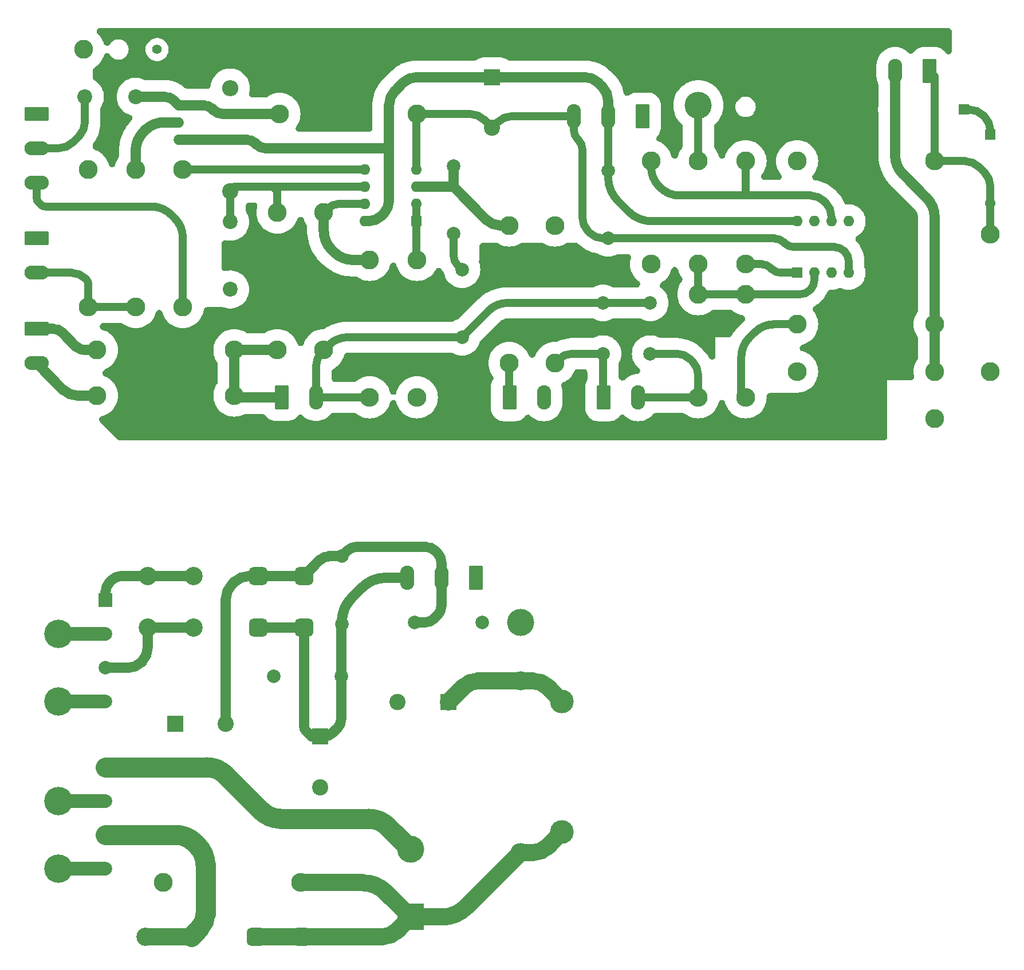
<source format=gbr>
%TF.GenerationSoftware,KiCad,Pcbnew,7.0.1*%
%TF.CreationDate,2024-04-09T21:12:25+02:00*%
%TF.ProjectId,6N6P_hybrid,364e3650-5f68-4796-9272-69642e6b6963,rev?*%
%TF.SameCoordinates,Original*%
%TF.FileFunction,Copper,L2,Bot*%
%TF.FilePolarity,Positive*%
%FSLAX46Y46*%
G04 Gerber Fmt 4.6, Leading zero omitted, Abs format (unit mm)*
G04 Created by KiCad (PCBNEW 7.0.1) date 2024-04-09 21:12:25*
%MOMM*%
%LPD*%
G01*
G04 APERTURE LIST*
G04 Aperture macros list*
%AMRoundRect*
0 Rectangle with rounded corners*
0 $1 Rounding radius*
0 $2 $3 $4 $5 $6 $7 $8 $9 X,Y pos of 4 corners*
0 Add a 4 corners polygon primitive as box body*
4,1,4,$2,$3,$4,$5,$6,$7,$8,$9,$2,$3,0*
0 Add four circle primitives for the rounded corners*
1,1,$1+$1,$2,$3*
1,1,$1+$1,$4,$5*
1,1,$1+$1,$6,$7*
1,1,$1+$1,$8,$9*
0 Add four rect primitives between the rounded corners*
20,1,$1+$1,$2,$3,$4,$5,0*
20,1,$1+$1,$4,$5,$6,$7,0*
20,1,$1+$1,$6,$7,$8,$9,0*
20,1,$1+$1,$8,$9,$2,$3,0*%
G04 Aperture macros list end*
%TA.AperFunction,ComponentPad*%
%ADD10O,3.000000X2.800000*%
%TD*%
%TA.AperFunction,ComponentPad*%
%ADD11C,3.500000*%
%TD*%
%TA.AperFunction,ComponentPad*%
%ADD12C,2.800000*%
%TD*%
%TA.AperFunction,ComponentPad*%
%ADD13O,2.800000X2.800000*%
%TD*%
%TA.AperFunction,ComponentPad*%
%ADD14C,2.000000*%
%TD*%
%TA.AperFunction,ComponentPad*%
%ADD15R,1.300000X1.050000*%
%TD*%
%TA.AperFunction,ComponentPad*%
%ADD16O,1.300000X1.050000*%
%TD*%
%TA.AperFunction,ComponentPad*%
%ADD17R,1.600000X1.600000*%
%TD*%
%TA.AperFunction,ComponentPad*%
%ADD18O,1.600000X1.600000*%
%TD*%
%TA.AperFunction,ComponentPad*%
%ADD19RoundRect,0.675000X0.675000X0.675000X-0.675000X0.675000X-0.675000X-0.675000X0.675000X-0.675000X0*%
%TD*%
%TA.AperFunction,ComponentPad*%
%ADD20C,2.700000*%
%TD*%
%TA.AperFunction,ComponentPad*%
%ADD21RoundRect,0.249999X-1.550001X0.790001X-1.550001X-0.790001X1.550001X-0.790001X1.550001X0.790001X0*%
%TD*%
%TA.AperFunction,ComponentPad*%
%ADD22O,3.600000X2.080000*%
%TD*%
%TA.AperFunction,ComponentPad*%
%ADD23C,4.200000*%
%TD*%
%TA.AperFunction,ComponentPad*%
%ADD24C,4.000000*%
%TD*%
%TA.AperFunction,ComponentPad*%
%ADD25R,2.000000X2.000000*%
%TD*%
%TA.AperFunction,ComponentPad*%
%ADD26C,2.200000*%
%TD*%
%TA.AperFunction,ComponentPad*%
%ADD27R,2.400000X2.400000*%
%TD*%
%TA.AperFunction,ComponentPad*%
%ADD28C,2.400000*%
%TD*%
%TA.AperFunction,ComponentPad*%
%ADD29O,2.400000X2.400000*%
%TD*%
%TA.AperFunction,ComponentPad*%
%ADD30RoundRect,0.249999X0.790001X1.550001X-0.790001X1.550001X-0.790001X-1.550001X0.790001X-1.550001X0*%
%TD*%
%TA.AperFunction,ComponentPad*%
%ADD31O,2.080000X3.600000*%
%TD*%
%TA.AperFunction,ComponentPad*%
%ADD32C,1.400000*%
%TD*%
%TA.AperFunction,ComponentPad*%
%ADD33O,1.400000X1.400000*%
%TD*%
%TA.AperFunction,ComponentPad*%
%ADD34R,4.000000X4.000000*%
%TD*%
%TA.AperFunction,ComponentPad*%
%ADD35RoundRect,0.249999X-0.790001X-1.550001X0.790001X-1.550001X0.790001X1.550001X-0.790001X1.550001X0*%
%TD*%
%TA.AperFunction,Conductor*%
%ADD36C,2.000000*%
%TD*%
%TA.AperFunction,Conductor*%
%ADD37C,2.500000*%
%TD*%
%TA.AperFunction,Conductor*%
%ADD38C,3.000000*%
%TD*%
%TA.AperFunction,Conductor*%
%ADD39C,1.500000*%
%TD*%
%TA.AperFunction,Conductor*%
%ADD40C,1.200000*%
%TD*%
G04 APERTURE END LIST*
D10*
%TO.P,R25,1*%
%TO.N,Net-(J16-Pin_1)*%
X100076000Y-144780000D03*
%TO.P,R25,2*%
%TO.N,Net-(J22-Pin_1)*%
X100076000Y-119380000D03*
%TD*%
D11*
%TO.P,J22,1,Pin_1*%
%TO.N,Net-(J22-Pin_1)*%
X106196000Y-122428000D03*
%TD*%
%TO.P,J16,1,Pin_1*%
%TO.N,Net-(J16-Pin_1)*%
X106196000Y-141732000D03*
%TD*%
D12*
%TO.P,R21,1*%
%TO.N,GND*%
X36195000Y-43815000D03*
D13*
%TO.P,R21,2*%
%TO.N,Net-(J2-Pin_2)*%
X36195000Y-64135000D03*
%TD*%
D12*
%TO.P,R2,1*%
%TO.N,Net-(R2-Pad1)*%
X140970000Y-42545000D03*
D13*
%TO.P,R2,2*%
%TO.N,Net-(D2-A)*%
X161290000Y-42545000D03*
%TD*%
D14*
%TO.P,C2,1*%
%TO.N,Net-(J3-Pin_2)*%
X119253000Y-63500000D03*
%TO.P,C2,2*%
%TO.N,Net-(J4-Pin_2)*%
X119253000Y-71000000D03*
%TD*%
D15*
%TO.P,Q1,1,E*%
%TO.N,Net-(Q1-E)*%
X49530000Y-34255000D03*
D16*
%TO.P,Q1,2,B*%
%TO.N,Net-(Q1-B)*%
X49530000Y-36795000D03*
%TO.P,Q1,3,C*%
%TO.N,V++*%
X49530000Y-39335000D03*
%TD*%
D17*
%TO.P,U1,1*%
%TO.N,Net-(R1-Pad1)*%
X140970000Y-59055000D03*
D18*
%TO.P,U1,2,-*%
%TO.N,Net-(U1A--)*%
X143510000Y-59055000D03*
%TO.P,U1,3,+*%
%TO.N,GND*%
X146050000Y-59055000D03*
%TO.P,U1,4,V-*%
%TO.N,V--*%
X148590000Y-59055000D03*
%TO.P,U1,5,+*%
%TO.N,GND*%
X148590000Y-51435000D03*
%TO.P,U1,6,-*%
%TO.N,Net-(U1B--)*%
X146050000Y-51435000D03*
%TO.P,U1,7*%
%TO.N,Net-(R2-Pad1)*%
X143510000Y-51435000D03*
%TO.P,U1,8,V+*%
%TO.N,V++*%
X140970000Y-51435000D03*
%TD*%
D12*
%TO.P,J8,1,Pin_1*%
%TO.N,GND*%
X35490000Y-26035000D03*
%TD*%
D19*
%TO.P,F2,1*%
%TO.N,Net-(J10-Pin_3)*%
X68072000Y-111506000D03*
X61312000Y-111506000D03*
D20*
%TO.P,F2,2*%
%TO.N,Net-(D11-+)*%
X51722000Y-111506000D03*
X44962000Y-111506000D03*
%TD*%
D21*
%TO.P,J6,1,Pin_1*%
%TO.N,GND*%
X28532500Y-35560000D03*
D22*
%TO.P,J6,2,Pin_2*%
%TO.N,Net-(J6-Pin_2)*%
X28532500Y-40640000D03*
%TO.P,J6,3,Pin_3*%
%TO.N,Net-(J6-Pin_3)*%
X28532500Y-45720000D03*
%TD*%
D23*
%TO.P,J13,1,Pin_1*%
%TO.N,Net-(J13-Pin_1)*%
X31750000Y-122453400D03*
%TD*%
D24*
%TO.P,J15,1,Pin_1*%
%TO.N,GND2*%
X100076000Y-110744000D03*
%TD*%
D25*
%TO.P,D3,1,-*%
%TO.N,GND2*%
X38735000Y-132160000D03*
D14*
%TO.P,D3,2*%
%TO.N,Net-(J12-Pin_1)*%
X38735000Y-137160000D03*
%TO.P,D3,3,+*%
%TO.N,Net-(D3-+)*%
X38735000Y-142160000D03*
%TO.P,D3,4*%
%TO.N,Net-(J11-Pin_1)*%
X38735000Y-147160000D03*
%TD*%
D26*
%TO.P,C8,1*%
%TO.N,Net-(Q1-E)*%
X43180000Y-33020000D03*
%TO.P,C8,2*%
%TO.N,Net-(J6-Pin_2)*%
X35680000Y-33020000D03*
%TD*%
D27*
%TO.P,C11,1*%
%TO.N,Net-(J10-Pin_3)*%
X70485000Y-127628000D03*
D28*
%TO.P,C11,2*%
%TO.N,GND2*%
X70485000Y-135128000D03*
%TD*%
D12*
%TO.P,R3,1*%
%TO.N,Net-(U1A--)*%
X126365000Y-62230000D03*
D13*
%TO.P,R3,2*%
%TO.N,Net-(J4-Pin_2)*%
X126365000Y-77470000D03*
%TD*%
D12*
%TO.P,R19,1*%
%TO.N,Net-(J7-Pin_1)*%
X37455000Y-70485000D03*
D13*
%TO.P,R19,2*%
%TO.N,Net-(J3-Pin_1)*%
X57775000Y-70485000D03*
%TD*%
D14*
%TO.P,C9,1*%
%TO.N,V--*%
X113030000Y-53975000D03*
%TO.P,C9,2*%
%TO.N,V++*%
X113030000Y-43975000D03*
%TD*%
D12*
%TO.P,R10,1*%
%TO.N,Net-(J3-Pin_1)*%
X77777500Y-57150000D03*
D13*
%TO.P,R10,2*%
%TO.N,Net-(J3-Pin_2)*%
X77777500Y-77470000D03*
%TD*%
D28*
%TO.P,R20,1*%
%TO.N,Net-(U2B--)*%
X57150000Y-46990000D03*
D29*
%TO.P,R20,2*%
%TO.N,GND*%
X57150000Y-31750000D03*
%TD*%
D12*
%TO.P,R5,1*%
%TO.N,Net-(D1-A)*%
X161290000Y-73660000D03*
D13*
%TO.P,R5,2*%
%TO.N,GND*%
X140970000Y-73660000D03*
%TD*%
D23*
%TO.P,J11,1,Pin_1*%
%TO.N,Net-(J11-Pin_1)*%
X31750000Y-147193000D03*
%TD*%
D12*
%TO.P,R9,1*%
%TO.N,Net-(U1B--)*%
X119380000Y-42545000D03*
D13*
%TO.P,R9,2*%
%TO.N,Net-(R2-Pad1)*%
X119380000Y-57785000D03*
%TD*%
D23*
%TO.P,J12,1,Pin_1*%
%TO.N,Net-(J12-Pin_1)*%
X31750000Y-137160000D03*
%TD*%
D14*
%TO.P,C14,2*%
%TO.N,Net-(J10-Pin_3)*%
X73580000Y-118745000D03*
%TO.P,C14,1*%
%TO.N,GND2*%
X63580000Y-118745000D03*
%TD*%
D12*
%TO.P,R23,1*%
%TO.N,Net-(Q1-B)*%
X43180000Y-43815000D03*
D13*
%TO.P,R23,2*%
%TO.N,Net-(J2-Pin_2)*%
X43180000Y-64135000D03*
%TD*%
D27*
%TO.P,C1,1*%
%TO.N,Net-(J22-Pin_1)*%
X89415000Y-122555000D03*
D28*
%TO.P,C1,2*%
%TO.N,GND2*%
X81915000Y-122555000D03*
%TD*%
D23*
%TO.P,J14,1,Pin_1*%
%TO.N,Net-(J14-Pin_1)*%
X31750000Y-112471200D03*
%TD*%
D24*
%TO.P,J9,1,Pin_1*%
%TO.N,Net-(J9-Pin_1)*%
X126365000Y-34290000D03*
%TD*%
D12*
%TO.P,R11,1*%
%TO.N,Net-(J3-Pin_1)*%
X70993000Y-50165000D03*
D13*
%TO.P,R11,2*%
%TO.N,Net-(J3-Pin_2)*%
X70993000Y-70485000D03*
%TD*%
D30*
%TO.P,J10,1,Pin_1*%
%TO.N,GND2*%
X93472000Y-104140000D03*
D31*
%TO.P,J10,2,Pin_2*%
%TO.N,Net-(J10-Pin_2)*%
X88392000Y-104140000D03*
%TO.P,J10,3,Pin_3*%
%TO.N,Net-(J10-Pin_3)*%
X83312000Y-104140000D03*
%TD*%
D12*
%TO.P,R13,1*%
%TO.N,V--*%
X84762500Y-35560000D03*
D13*
%TO.P,R13,2*%
%TO.N,Net-(Q1-E)*%
X64442500Y-35560000D03*
%TD*%
D12*
%TO.P,R1,1*%
%TO.N,Net-(R1-Pad1)*%
X140970000Y-66675000D03*
D13*
%TO.P,R1,2*%
%TO.N,Net-(D1-A)*%
X161290000Y-66675000D03*
%TD*%
D12*
%TO.P,R6,1*%
%TO.N,GND*%
X169545000Y-73660000D03*
D13*
%TO.P,R6,2*%
%TO.N,Net-(D2-A)*%
X169545000Y-53340000D03*
%TD*%
D14*
%TO.P,C15,1*%
%TO.N,Net-(J10-Pin_2)*%
X84455000Y-110744000D03*
%TO.P,C15,2*%
%TO.N,GND2*%
X94455000Y-110744000D03*
%TD*%
D32*
%TO.P,R24,1*%
%TO.N,GND*%
X46355000Y-26035000D03*
D33*
%TO.P,R24,2*%
%TO.N,GND3*%
X51435000Y-26035000D03*
%TD*%
D34*
%TO.P,C10,1*%
%TO.N,Net-(J16-Pin_1)*%
X83820000Y-154305000D03*
D24*
%TO.P,C10,2*%
%TO.N,GND2*%
X83820000Y-144305000D03*
%TD*%
D35*
%TO.P,J3,1,Pin_1*%
%TO.N,Net-(J3-Pin_1)*%
X64760000Y-77470000D03*
D31*
%TO.P,J3,2,Pin_2*%
%TO.N,Net-(J3-Pin_2)*%
X69840000Y-77470000D03*
%TD*%
D14*
%TO.P,C3,1*%
%TO.N,Net-(C3-Pad1)*%
X91430000Y-58580000D03*
%TO.P,C3,2*%
%TO.N,Net-(J3-Pin_2)*%
X91430000Y-68580000D03*
%TD*%
D35*
%TO.P,J4,1,Pin_1*%
%TO.N,Net-(J4-Pin_1)*%
X112395000Y-77502500D03*
D31*
%TO.P,J4,2,Pin_2*%
%TO.N,Net-(J4-Pin_2)*%
X117475000Y-77502500D03*
%TD*%
D12*
%TO.P,R18,1*%
%TO.N,GND2*%
X47244000Y-149225000D03*
D13*
%TO.P,R18,2*%
%TO.N,Net-(J16-Pin_1)*%
X67564000Y-149225000D03*
%TD*%
D14*
%TO.P,C7,1*%
%TO.N,Net-(J3-Pin_2)*%
X112268000Y-63500000D03*
%TO.P,C7,2*%
%TO.N,Net-(J4-Pin_1)*%
X112268000Y-71000000D03*
%TD*%
D12*
%TO.P,J18,1,Pin_1*%
%TO.N,GND*%
X161290000Y-80645000D03*
%TD*%
%TO.P,R7,1*%
%TO.N,Net-(U1A--)*%
X133350000Y-62230000D03*
D13*
%TO.P,R7,2*%
%TO.N,Net-(R1-Pad1)*%
X133350000Y-77470000D03*
%TD*%
D30*
%TO.P,J19,1,Pin_1*%
%TO.N,Net-(D2-A)*%
X160528000Y-29177500D03*
D31*
%TO.P,J19,2,Pin_2*%
%TO.N,Net-(D1-A)*%
X155448000Y-29177500D03*
%TD*%
D25*
%TO.P,D11,1,-*%
%TO.N,Net-(D11--)*%
X38735000Y-107475000D03*
D14*
%TO.P,D11,2*%
%TO.N,Net-(J14-Pin_1)*%
X38735000Y-112475000D03*
%TO.P,D11,3,+*%
%TO.N,Net-(D11-+)*%
X38735000Y-117475000D03*
%TO.P,D11,4*%
%TO.N,Net-(J13-Pin_1)*%
X38735000Y-122475000D03*
%TD*%
D27*
%TO.P,C13,1*%
%TO.N,GND2*%
X49022000Y-125730000D03*
D28*
%TO.P,C13,2*%
%TO.N,Net-(J10-Pin_2)*%
X56522000Y-125730000D03*
%TD*%
D14*
%TO.P,C16,1*%
%TO.N,Net-(J10-Pin_2)*%
X73660000Y-100965000D03*
%TO.P,C16,2*%
%TO.N,Net-(J10-Pin_3)*%
X73660000Y-110965000D03*
%TD*%
D17*
%TO.P,U2,1*%
%TO.N,Net-(U2A--)*%
X84692500Y-51435000D03*
D18*
%TO.P,U2,2,-*%
X84692500Y-48895000D03*
%TO.P,U2,3,+*%
%TO.N,Net-(U2A-+)*%
X84692500Y-46355000D03*
%TO.P,U2,4,V-*%
%TO.N,V--*%
X84692500Y-43815000D03*
%TO.P,U2,5,+*%
%TO.N,Net-(U2B-+)*%
X77072500Y-43815000D03*
%TO.P,U2,6,-*%
%TO.N,Net-(U2B--)*%
X77072500Y-46355000D03*
%TO.P,U2,7*%
%TO.N,Net-(J3-Pin_1)*%
X77072500Y-48895000D03*
%TO.P,U2,8,V+*%
%TO.N,V++*%
X77072500Y-51435000D03*
%TD*%
D12*
%TO.P,R14,1*%
%TO.N,Net-(U2B--)*%
X64135000Y-50165000D03*
D13*
%TO.P,R14,2*%
%TO.N,Net-(J3-Pin_1)*%
X64135000Y-70485000D03*
%TD*%
D30*
%TO.P,J5,1,Pin_1*%
%TO.N,GND*%
X118110000Y-35900228D03*
D31*
%TO.P,J5,2,Pin_2*%
%TO.N,V++*%
X113030000Y-35900228D03*
%TO.P,J5,3,Pin_3*%
%TO.N,V--*%
X107950000Y-35900228D03*
%TD*%
D12*
%TO.P,R15,1*%
%TO.N,Net-(J7-Pin_2)*%
X37455000Y-77216000D03*
D13*
%TO.P,R15,2*%
%TO.N,Net-(J3-Pin_1)*%
X57775000Y-77216000D03*
%TD*%
D27*
%TO.P,C12,1*%
%TO.N,V++*%
X95885000Y-30107272D03*
D28*
%TO.P,C12,2*%
%TO.N,V--*%
X95885000Y-37607272D03*
%TD*%
D12*
%TO.P,R22,1*%
%TO.N,Net-(J4-Pin_1)*%
X105156000Y-72390000D03*
D13*
%TO.P,R22,2*%
%TO.N,Net-(J4-Pin_2)*%
X105156000Y-52070000D03*
%TD*%
D12*
%TO.P,R4,1*%
%TO.N,Net-(U1A--)*%
X126365000Y-57785000D03*
D13*
%TO.P,R4,2*%
%TO.N,Net-(J9-Pin_1)*%
X126365000Y-42545000D03*
%TD*%
D12*
%TO.P,R8,1*%
%TO.N,Net-(U1B--)*%
X133350000Y-42545000D03*
D13*
%TO.P,R8,2*%
%TO.N,Net-(R1-Pad1)*%
X133350000Y-57785000D03*
%TD*%
D35*
%TO.P,J1,1,Pin_1*%
%TO.N,Net-(J1-Pin_1)*%
X98450400Y-77502500D03*
D31*
%TO.P,J1,2,Pin_2*%
%TO.N,GND*%
X103530400Y-77502500D03*
%TD*%
D19*
%TO.P,F1,1*%
%TO.N,Net-(J16-Pin_1)*%
X67720000Y-157226000D03*
X60960000Y-157226000D03*
D20*
%TO.P,F1,2*%
%TO.N,Net-(D3-+)*%
X51370000Y-157226000D03*
X44610000Y-157226000D03*
%TD*%
D17*
%TO.P,D2,1,K*%
%TO.N,Net-(D1-K)*%
X169545000Y-38608000D03*
D18*
%TO.P,D2,2,A*%
%TO.N,Net-(D2-A)*%
X169545000Y-48768000D03*
%TD*%
D12*
%TO.P,R16,1*%
%TO.N,Net-(U2A--)*%
X84762500Y-57150000D03*
D13*
%TO.P,R16,2*%
%TO.N,Net-(C3-Pad1)*%
X84762500Y-77470000D03*
%TD*%
D12*
%TO.P,R17,1*%
%TO.N,Net-(J6-Pin_3)*%
X50155000Y-64135000D03*
D13*
%TO.P,R17,2*%
%TO.N,Net-(U2B-+)*%
X50155000Y-43815000D03*
%TD*%
D26*
%TO.P,C5,1*%
%TO.N,Net-(U2B--)*%
X57150000Y-51515000D03*
%TO.P,C5,2*%
%TO.N,Net-(J7-Pin_1)*%
X57150000Y-61515000D03*
%TD*%
D21*
%TO.P,J7,1,Pin_1*%
%TO.N,Net-(J7-Pin_1)*%
X28532500Y-67310000D03*
D22*
%TO.P,J7,2,Pin_2*%
%TO.N,Net-(J7-Pin_2)*%
X28532500Y-72390000D03*
%TD*%
D14*
%TO.P,C4,1*%
%TO.N,Net-(U2A-+)*%
X90170000Y-43260000D03*
%TO.P,C4,2*%
%TO.N,Net-(C3-Pad1)*%
X90170000Y-53260000D03*
%TD*%
D17*
%TO.P,D1,1,K*%
%TO.N,Net-(D1-K)*%
X165608000Y-34925000D03*
D18*
%TO.P,D1,2,A*%
%TO.N,Net-(D1-A)*%
X155448000Y-34925000D03*
%TD*%
D19*
%TO.P,F3,1*%
%TO.N,Net-(J10-Pin_2)*%
X68072000Y-103886000D03*
X61312000Y-103886000D03*
D20*
%TO.P,F3,2*%
%TO.N,Net-(D11--)*%
X51722000Y-103886000D03*
X44962000Y-103886000D03*
%TD*%
D21*
%TO.P,J2,1,Pin_1*%
%TO.N,GND*%
X28565000Y-53975000D03*
D22*
%TO.P,J2,2,Pin_2*%
%TO.N,Net-(J2-Pin_2)*%
X28565000Y-59055000D03*
%TD*%
D12*
%TO.P,R12,1*%
%TO.N,Net-(U2A-+)*%
X98425000Y-52070000D03*
D13*
%TO.P,R12,2*%
%TO.N,Net-(J1-Pin_1)*%
X98425000Y-72390000D03*
%TD*%
D36*
%TO.N,Net-(J11-Pin_1)*%
X31750000Y-147193000D02*
X38702000Y-147193000D01*
X38702000Y-147193000D02*
X38735000Y-147160000D01*
%TO.N,Net-(J12-Pin_1)*%
X31750000Y-137160000D02*
X38735000Y-137160000D01*
%TO.N,Net-(J13-Pin_1)*%
X38713400Y-122453400D02*
X38735000Y-122475000D01*
X31750000Y-122453400D02*
X38713400Y-122453400D01*
%TO.N,Net-(J14-Pin_1)*%
X38731200Y-112471200D02*
X38735000Y-112475000D01*
X31750000Y-112471200D02*
X38731200Y-112471200D01*
D37*
%TO.N,Net-(J16-Pin_1)*%
X80204450Y-150689482D02*
G75*
G03*
X76668932Y-149225000I-3535550J-3535518D01*
G01*
X76668932Y-149225000D02*
X67564000Y-149225000D01*
X83820000Y-154305000D02*
X80204466Y-150689466D01*
X101905359Y-144779971D02*
G75*
G03*
X104026680Y-143901320I41J2999971D01*
G01*
X88479932Y-154305022D02*
G75*
G03*
X92015465Y-152840533I-32J5000022D01*
G01*
%TO.N,Net-(J22-Pin_1)*%
X104026700Y-120258660D02*
G75*
G03*
X101905359Y-119380000I-2121300J-2121340D01*
G01*
X93832641Y-119380029D02*
G75*
G03*
X91711320Y-120258680I-41J-2999971D01*
G01*
X104026680Y-120258680D02*
X106196000Y-122428000D01*
X100076000Y-119380000D02*
X101905359Y-119380000D01*
X91711320Y-120258680D02*
X89415000Y-122555000D01*
X100076000Y-119380000D02*
X93832641Y-119380000D01*
%TO.N,Net-(J16-Pin_1)*%
X104026680Y-143901320D02*
X106196000Y-141732000D01*
X100076000Y-144780000D02*
X101905359Y-144780000D01*
X92015466Y-152840534D02*
X100076000Y-144780000D01*
X83820000Y-154305000D02*
X88479932Y-154305000D01*
X79656359Y-157225971D02*
G75*
G03*
X81777680Y-156347320I41J2999971D01*
G01*
D38*
%TO.N,GND2*%
X80466550Y-140951596D02*
G75*
G03*
X77638146Y-139780000I-2828450J-2828404D01*
G01*
X64601854Y-139780000D02*
X77638146Y-139780000D01*
X80466573Y-140951573D02*
X83820000Y-144305000D01*
D37*
%TO.N,Net-(J16-Pin_1)*%
X81777680Y-156347320D02*
X83820000Y-154305000D01*
X67720000Y-157226000D02*
X79656359Y-157226000D01*
D38*
%TO.N,Net-(D3-+)*%
X52619340Y-155976700D02*
G75*
G03*
X53498000Y-153855359I-2121340J2121300D01*
G01*
X52619320Y-155976680D02*
X51370000Y-157226000D01*
X53498000Y-146594854D02*
X53498000Y-153855359D01*
D37*
X44610000Y-157226000D02*
X51370000Y-157226000D01*
%TO.N,Net-(J16-Pin_1)*%
X60960000Y-157226000D02*
X67720000Y-157226000D01*
D39*
%TO.N,Net-(J10-Pin_3)*%
X68072010Y-126077786D02*
G75*
G03*
X68364893Y-126784893I999990J-14D01*
G01*
X69208000Y-127628000D02*
X70485000Y-127628000D01*
X68364893Y-126784893D02*
X69208000Y-127628000D01*
X68072000Y-111506000D02*
X68072000Y-126077786D01*
X70933573Y-127627980D02*
G75*
G03*
X72347786Y-127042212I27J1999980D01*
G01*
X72994228Y-126395800D02*
G75*
G03*
X73580000Y-124981573I-1414228J1414200D01*
G01*
X73580000Y-124981573D02*
X73580000Y-118745000D01*
X72347787Y-127042213D02*
X72994214Y-126395786D01*
X70485000Y-127628000D02*
X70933573Y-127628000D01*
X75124482Y-107120550D02*
G75*
G03*
X73660000Y-110656068I3535518J-3535550D01*
G01*
X80176068Y-104139978D02*
G75*
G03*
X76640535Y-105604467I32J-5000022D01*
G01*
X73660000Y-110965000D02*
X73660000Y-110656068D01*
X73580000Y-118745000D02*
X73580000Y-112395000D01*
X76640534Y-105604466D02*
X75124466Y-107120534D01*
X83312000Y-104140000D02*
X80176068Y-104140000D01*
X73580000Y-112395000D02*
X73580000Y-111045000D01*
X73580000Y-111045000D02*
X73660000Y-110965000D01*
%TO.N,Net-(J10-Pin_2)*%
X56522000Y-122589359D02*
X56522000Y-125730000D01*
X56515000Y-122582359D02*
X56522000Y-122589359D01*
D40*
%TO.N,Net-(U2A--)*%
X84692500Y-51435000D02*
X84692500Y-57080000D01*
X84692500Y-57080000D02*
X84762500Y-57150000D01*
X84692500Y-48895000D02*
X84692500Y-51435000D01*
D39*
%TO.N,Net-(U2A-+)*%
X97127641Y-52070000D02*
X98425000Y-52070000D01*
D40*
X98345000Y-52150000D02*
X98425000Y-52070000D01*
D39*
X90170000Y-46355000D02*
X95006321Y-51191321D01*
X84692500Y-46355000D02*
X90170000Y-46355000D01*
X90170000Y-43260000D02*
X90170000Y-46355000D01*
X95006301Y-51191341D02*
G75*
G03*
X97127641Y-52070000I2121299J2121341D01*
G01*
D40*
%TO.N,Net-(D1-K)*%
X165608000Y-34925000D02*
X166397359Y-34925000D01*
X168518680Y-35803680D02*
X168666321Y-35951321D01*
X169545000Y-38072641D02*
X169545000Y-38608000D01*
X169544971Y-38072641D02*
G75*
G03*
X168666321Y-35951321I-2999971J41D01*
G01*
X168518700Y-35803660D02*
G75*
G03*
X166397359Y-34925000I-2121300J-2121340D01*
G01*
D39*
%TO.N,Net-(D1-A)*%
X155448000Y-34290000D02*
X155448000Y-34925000D01*
X155448000Y-29177500D02*
X155448000Y-34290000D01*
X156619573Y-44472719D02*
X160118427Y-47971573D01*
X161290000Y-50800000D02*
X161290000Y-66675000D01*
X161290000Y-66675000D02*
X161290000Y-73660000D01*
X155448000Y-34290000D02*
X155448000Y-41644292D01*
X161289999Y-50800000D02*
G75*
G03*
X160118426Y-47971574I-3999999J0D01*
G01*
X155448006Y-41644292D02*
G75*
G03*
X156619573Y-44472719I3999994J-8D01*
G01*
D40*
%TO.N,Net-(D2-A)*%
X169545000Y-48768000D02*
X169545000Y-53340000D01*
X160655000Y-41910000D02*
X161290000Y-42545000D01*
X167883680Y-43423680D02*
X168666321Y-44206321D01*
X161290000Y-42545000D02*
X165762359Y-42545000D01*
X161290000Y-29939500D02*
X161290000Y-42545000D01*
X169545000Y-46327641D02*
X169545000Y-48768000D01*
X160528000Y-29177500D02*
X161290000Y-29939500D01*
X167883700Y-43423660D02*
G75*
G03*
X165762359Y-42545000I-2121300J-2121340D01*
G01*
X169544971Y-46327641D02*
G75*
G03*
X168666321Y-44206321I-2999971J41D01*
G01*
%TO.N,Net-(R1-Pad1)*%
X137110787Y-58370787D02*
X137209214Y-58469214D01*
X133350000Y-57785000D02*
X135696573Y-57785000D01*
X138623427Y-59055000D02*
X140970000Y-59055000D01*
X133886573Y-68678427D02*
X134718427Y-67846573D01*
X132715000Y-77470000D02*
X132715000Y-71506854D01*
X137546854Y-66675000D02*
X140970000Y-66675000D01*
X133886596Y-68678450D02*
G75*
G03*
X132715000Y-71506854I2828404J-2828450D01*
G01*
X137110801Y-58370773D02*
G75*
G03*
X135696573Y-57785000I-1414201J-1414227D01*
G01*
X137209200Y-58469228D02*
G75*
G03*
X138623427Y-59055000I1414200J1414228D01*
G01*
X137546854Y-66674968D02*
G75*
G03*
X134718427Y-67846573I46J-4000032D01*
G01*
%TO.N,Net-(U1A--)*%
X126365000Y-62230000D02*
X126365000Y-57785000D01*
X133350000Y-62230000D02*
X141411573Y-62230000D01*
X142825787Y-61644213D02*
X142924214Y-61545786D01*
X143510000Y-60131573D02*
X143510000Y-59055000D01*
X126365000Y-62230000D02*
X133350000Y-62230000D01*
X142924228Y-61545800D02*
G75*
G03*
X143510000Y-60131573I-1414228J1414200D01*
G01*
X141411573Y-62229980D02*
G75*
G03*
X142825786Y-61644212I27J1999980D01*
G01*
%TO.N,Net-(U1B--)*%
X133350000Y-47625000D02*
X142902359Y-47625000D01*
X120551573Y-46256573D02*
X120748427Y-46453427D01*
X133350000Y-42545000D02*
X133350000Y-47625000D01*
X145023680Y-48503680D02*
X145171321Y-48651321D01*
X123576854Y-47625000D02*
X133350000Y-47625000D01*
X119380000Y-42545000D02*
X119380000Y-43428146D01*
X146050000Y-50772641D02*
X146050000Y-51435000D01*
X120748450Y-46453404D02*
G75*
G03*
X123576854Y-47625000I2828450J2828404D01*
G01*
X145023700Y-48503660D02*
G75*
G03*
X142902359Y-47625000I-2121300J-2121340D01*
G01*
X119379968Y-43428146D02*
G75*
G03*
X120551573Y-46256573I4000032J46D01*
G01*
X146049971Y-50772641D02*
G75*
G03*
X145171321Y-48651321I-2999971J41D01*
G01*
%TO.N,Net-(U2B--)*%
X77072500Y-46355000D02*
X63500000Y-46355000D01*
X64135000Y-50165000D02*
X64135000Y-46990000D01*
X63500000Y-46355000D02*
X57785000Y-46355000D01*
X57150000Y-46990000D02*
X57150000Y-51515000D01*
X64135000Y-46990000D02*
X63500000Y-46355000D01*
X57785000Y-46355000D02*
X57150000Y-46990000D01*
%TO.N,Net-(J1-Pin_1)*%
X98425000Y-72390000D02*
X98425000Y-77477100D01*
X98425000Y-77477100D02*
X98450400Y-77502500D01*
D39*
%TO.N,Net-(J3-Pin_1)*%
X64760000Y-77470000D02*
X58029000Y-77470000D01*
D40*
X71677213Y-49480787D02*
X70993000Y-50165000D01*
D39*
X77777500Y-57150000D02*
X75316854Y-57150000D01*
X57775000Y-70485000D02*
X64135000Y-70485000D01*
D40*
X77072500Y-48895000D02*
X73091427Y-48895000D01*
D39*
X57775000Y-70485000D02*
X57775000Y-77216000D01*
X72488427Y-55978427D02*
X72164573Y-55654573D01*
X70993000Y-52826146D02*
X70993000Y-50165000D01*
X58029000Y-77470000D02*
X57775000Y-77216000D01*
D40*
X73091427Y-48895020D02*
G75*
G03*
X71677214Y-49480788I-27J-1999980D01*
G01*
D39*
X72488450Y-55978404D02*
G75*
G03*
X75316854Y-57150000I2828450J2828404D01*
G01*
X70992968Y-52826146D02*
G75*
G03*
X72164573Y-55654573I4000032J46D01*
G01*
D40*
%TO.N,Net-(J4-Pin_1)*%
X112395000Y-71127000D02*
X112268000Y-71000000D01*
X112268000Y-71000000D02*
X112268000Y-77375500D01*
X112268000Y-71000000D02*
X107788641Y-71000000D01*
X105667320Y-71878680D02*
X105156000Y-72390000D01*
X112268000Y-77375500D02*
X112395000Y-77502500D01*
X107788641Y-71000029D02*
G75*
G03*
X105667320Y-71878680I-41J-2999971D01*
G01*
%TO.N,Net-(J4-Pin_2)*%
X125218680Y-71878680D02*
X125486321Y-72146321D01*
X117475000Y-77502500D02*
X126332500Y-77502500D01*
X125697500Y-77502500D02*
X125730000Y-77470000D01*
X126332500Y-77502500D02*
X126365000Y-77470000D01*
X126365000Y-74267641D02*
X126365000Y-77470000D01*
X119253000Y-71000000D02*
X123097359Y-71000000D01*
X125218700Y-71878660D02*
G75*
G03*
X123097359Y-71000000I-2121300J-2121340D01*
G01*
X126364971Y-74267641D02*
G75*
G03*
X125486321Y-72146321I-2999971J41D01*
G01*
%TO.N,Net-(J3-Pin_2)*%
X71726427Y-69751573D02*
X70993000Y-70485000D01*
X70718680Y-70759320D02*
X70993000Y-70485000D01*
X69840000Y-77470000D02*
X77777500Y-77470000D01*
X119253000Y-63500000D02*
X112268000Y-63500000D01*
X69840000Y-77470000D02*
X69840000Y-72880641D01*
X91430000Y-68580000D02*
X74554854Y-68580000D01*
X112268000Y-63500000D02*
X98166854Y-63500000D01*
X95338427Y-64671573D02*
X91430000Y-68580000D01*
X70718660Y-70759300D02*
G75*
G03*
X69840000Y-72880641I2121340J-2121300D01*
G01*
X74554854Y-68579968D02*
G75*
G03*
X71726427Y-69751573I46J-4000032D01*
G01*
X98166854Y-63499968D02*
G75*
G03*
X95338427Y-64671573I46J-4000032D01*
G01*
D39*
%TO.N,Net-(Q1-B)*%
X43180000Y-41026854D02*
X43180000Y-43815000D01*
X44583427Y-37966573D02*
X44351573Y-38198427D01*
X49530000Y-36795000D02*
X47411854Y-36795000D01*
X44351571Y-38198425D02*
G75*
G03*
X43180000Y-41026854I2828429J-2828425D01*
G01*
X47411854Y-36794968D02*
G75*
G03*
X44583427Y-37966573I46J-4000032D01*
G01*
%TO.N,Net-(Q1-E)*%
X48880787Y-33605787D02*
X49530000Y-34255000D01*
X49530000Y-34255000D02*
X53111573Y-34255000D01*
X54525787Y-34840787D02*
X54659214Y-34974214D01*
X43180000Y-33020000D02*
X47466573Y-33020000D01*
X56073427Y-35560000D02*
X64442500Y-35560000D01*
X54659200Y-34974228D02*
G75*
G03*
X56073427Y-35560000I1414200J1414228D01*
G01*
X48880801Y-33605773D02*
G75*
G03*
X47466573Y-33020000I-1414201J-1414227D01*
G01*
X54525801Y-34840773D02*
G75*
G03*
X53111573Y-34255000I-1414201J-1414227D01*
G01*
D40*
%TO.N,V--*%
X84762500Y-43745000D02*
X84692500Y-43815000D01*
X84762500Y-35560000D02*
X92595087Y-35560000D01*
X113030000Y-53975000D02*
X137601573Y-53975000D01*
X84692500Y-35630000D02*
X84762500Y-35560000D01*
X108634214Y-39419214D02*
X108535787Y-39320787D01*
X84692500Y-34995000D02*
X84762500Y-34925000D01*
X107775228Y-36075000D02*
X107950000Y-35900228D01*
X110246320Y-53096320D02*
X110098679Y-52948679D01*
X140528427Y-55245000D02*
X146491573Y-55245000D01*
X94716408Y-36438680D02*
X95885000Y-37607272D01*
X139015787Y-54560787D02*
X139114214Y-54659214D01*
X113030000Y-53975000D02*
X112367641Y-53975000D01*
X96713364Y-36778908D02*
X95885000Y-37607272D01*
X109220000Y-50827359D02*
X109220000Y-40833427D01*
X148590000Y-57343427D02*
X148590000Y-59055000D01*
X84692500Y-43815000D02*
X84692500Y-35630000D01*
X107950000Y-37906573D02*
X107950000Y-35900228D01*
X147905787Y-55830787D02*
X148004214Y-55929214D01*
X107950000Y-35900228D02*
X98834685Y-35900228D01*
X109219980Y-40833427D02*
G75*
G03*
X108634213Y-39419215I-1999980J27D01*
G01*
X110246300Y-53096340D02*
G75*
G03*
X112367641Y-53975000I2121300J2121340D01*
G01*
X139015801Y-54560773D02*
G75*
G03*
X137601573Y-53975000I-1414201J-1414227D01*
G01*
X139114200Y-54659228D02*
G75*
G03*
X140528427Y-55245000I1414200J1414228D01*
G01*
X98834685Y-35900209D02*
G75*
G03*
X96713364Y-36778908I15J-2999991D01*
G01*
X109220029Y-50827359D02*
G75*
G03*
X110098679Y-52948679I2999971J-41D01*
G01*
X147905801Y-55830773D02*
G75*
G03*
X146491573Y-55245000I-1414201J-1414227D01*
G01*
X148589980Y-57343427D02*
G75*
G03*
X148004213Y-55929215I-1999980J27D01*
G01*
X107950020Y-37906573D02*
G75*
G03*
X108535788Y-39320786I1999980J-27D01*
G01*
X94716414Y-36438674D02*
G75*
G03*
X92595087Y-35560000I-2121314J-2121326D01*
G01*
D39*
%TO.N,V++*%
X80645000Y-40640000D02*
X80645000Y-44450000D01*
D40*
X140970000Y-51435000D02*
X119546068Y-51435000D01*
X113030000Y-43260000D02*
X113030000Y-35900228D01*
D39*
X77072500Y-51435000D02*
X77497359Y-51435000D01*
X113030000Y-33627641D02*
X113030000Y-35900228D01*
X80645000Y-48287359D02*
X80645000Y-44450000D01*
D40*
X113030000Y-44918932D02*
X113030000Y-43975000D01*
D39*
X49530000Y-39335000D02*
X59461573Y-39335000D01*
X82679048Y-30985952D02*
X81523679Y-32141321D01*
X111630952Y-30985952D02*
X112151321Y-31506321D01*
X80645000Y-39370000D02*
X80645000Y-40640000D01*
X62423427Y-40640000D02*
X80645000Y-40640000D01*
X79618680Y-50556320D02*
X79766321Y-50408679D01*
X60875787Y-39920787D02*
X61009214Y-40054214D01*
X95885000Y-30107272D02*
X84800369Y-30107272D01*
X80635000Y-39360000D02*
X80645000Y-39370000D01*
D40*
X116010534Y-49970534D02*
X114494466Y-48454466D01*
D39*
X80645000Y-34262641D02*
X80645000Y-44450000D01*
X95885000Y-30107272D02*
X109509631Y-30107272D01*
X60875801Y-39920773D02*
G75*
G03*
X59461573Y-39335000I-1414201J-1414227D01*
G01*
X113029971Y-33627641D02*
G75*
G03*
X112151321Y-31506321I-2999971J41D01*
G01*
X84800369Y-30107259D02*
G75*
G03*
X82679049Y-30985953I31J-3000041D01*
G01*
X77497359Y-51434971D02*
G75*
G03*
X79618680Y-50556320I41J2999971D01*
G01*
X61009200Y-40054228D02*
G75*
G03*
X62423427Y-40640000I1414200J1414228D01*
G01*
D40*
X116010550Y-49970518D02*
G75*
G03*
X119546068Y-51435000I3535550J3535518D01*
G01*
D39*
X81523659Y-32141301D02*
G75*
G03*
X80645000Y-34262641I2121341J-2121299D01*
G01*
X111630942Y-30985962D02*
G75*
G03*
X109509631Y-30107272I-2121342J-2121338D01*
G01*
X79766341Y-50408699D02*
G75*
G03*
X80645000Y-48287359I-2121341J2121299D01*
G01*
D40*
X113029978Y-44918932D02*
G75*
G03*
X114494467Y-48454465I5000022J32D01*
G01*
%TO.N,Net-(U2B-+)*%
X50155000Y-43815000D02*
X77072500Y-43815000D01*
%TO.N,Net-(J2-Pin_2)*%
X35902107Y-60032107D02*
X35803679Y-59933679D01*
X33682359Y-59055000D02*
X28565000Y-59055000D01*
X36195000Y-64135000D02*
X36195000Y-60739214D01*
X36195000Y-64135000D02*
X43180000Y-64135000D01*
X35803699Y-59933659D02*
G75*
G03*
X33682359Y-59055000I-2121299J-2121341D01*
G01*
X36194990Y-60739214D02*
G75*
G03*
X35902107Y-60032107I-999990J14D01*
G01*
%TO.N,Net-(J6-Pin_3)*%
X28825393Y-48637393D02*
X29171107Y-48983107D01*
X50155000Y-64135000D02*
X50155000Y-53843854D01*
X28532500Y-45720000D02*
X28532500Y-47930286D01*
X46176322Y-49276000D02*
X46228000Y-49327678D01*
X48983427Y-51015427D02*
X48415573Y-50447573D01*
X29878214Y-49276000D02*
X46176322Y-49276000D01*
X50154996Y-53843854D02*
G75*
G03*
X48983426Y-51015428I-3999996J4D01*
G01*
X28532510Y-47930286D02*
G75*
G03*
X28825393Y-48637393I999990J-14D01*
G01*
X48415550Y-50447596D02*
G75*
G03*
X45587146Y-49276000I-2828450J-2828404D01*
G01*
X29171100Y-48983114D02*
G75*
G03*
X29878214Y-49276000I707100J707114D01*
G01*
D39*
%TO.N,Net-(J7-Pin_2)*%
X32479820Y-76337320D02*
X28532500Y-72390000D01*
X37455000Y-77216000D02*
X34601141Y-77216000D01*
X32479800Y-76337340D02*
G75*
G03*
X34601141Y-77216000I2121300J2121340D01*
G01*
%TO.N,Net-(J7-Pin_1)*%
X34339213Y-69899213D02*
X32335786Y-67895786D01*
X37455000Y-70485000D02*
X35753427Y-70485000D01*
X30921573Y-67310000D02*
X28532500Y-67310000D01*
X34339199Y-69899227D02*
G75*
G03*
X35753427Y-70485000I1414201J1414227D01*
G01*
X32335800Y-67895772D02*
G75*
G03*
X30921573Y-67310000I-1414200J-1414228D01*
G01*
D40*
%TO.N,Net-(J6-Pin_2)*%
X35680000Y-36737359D02*
X35680000Y-33020000D01*
X33898680Y-39761320D02*
X34801321Y-38858679D01*
X28532500Y-40640000D02*
X31777359Y-40640000D01*
X31777359Y-40639971D02*
G75*
G03*
X33898680Y-39761320I41J2999971D01*
G01*
X34801321Y-38858679D02*
G75*
G03*
X35680000Y-36737359I-2121321J2121319D01*
G01*
%TO.N,Net-(J9-Pin_1)*%
X126365000Y-34290000D02*
X126365000Y-42545000D01*
%TO.N,Net-(C3-Pad1)*%
X90170000Y-53260000D02*
X90170000Y-56491573D01*
X90755787Y-57905787D02*
X91430000Y-58580000D01*
X90170020Y-56491573D02*
G75*
G03*
X90755788Y-57905786I1999980J-27D01*
G01*
D38*
%TO.N,Net-(D3-+)*%
X52326427Y-143766427D02*
X51891573Y-143331573D01*
X49063146Y-142160000D02*
X38735000Y-142160000D01*
X51891550Y-143331596D02*
G75*
G03*
X49063146Y-142160000I-2828450J-2828404D01*
G01*
X53497996Y-146594854D02*
G75*
G03*
X52326426Y-143766428I-3999996J4D01*
G01*
D39*
%TO.N,Net-(D11--)*%
X39673213Y-104471787D02*
X39320786Y-104824214D01*
X44962000Y-103886000D02*
X51722000Y-103886000D01*
X44962000Y-103886000D02*
X41087427Y-103886000D01*
X38735000Y-106238427D02*
X38735000Y-107475000D01*
X41087427Y-103886020D02*
G75*
G03*
X39673214Y-104471788I-27J-1999980D01*
G01*
X39320772Y-104824200D02*
G75*
G03*
X38735000Y-106238427I1414228J-1414200D01*
G01*
%TO.N,Net-(D11-+)*%
X44962000Y-111506000D02*
X44962000Y-114450359D01*
X44962000Y-111506000D02*
X51722000Y-111506000D01*
X41937359Y-117475000D02*
X38735000Y-117475000D01*
X44083320Y-116571680D02*
X44058679Y-116596321D01*
X44083320Y-116571680D02*
G75*
G03*
X44962000Y-114450359I-2121320J2121320D01*
G01*
X41937359Y-117474971D02*
G75*
G03*
X44058679Y-116596321I41J2999971D01*
G01*
%TO.N,Net-(J10-Pin_3)*%
X61312000Y-111506000D02*
X68072000Y-111506000D01*
D38*
%TO.N,GND2*%
X61773427Y-138608427D02*
X56496573Y-133331573D01*
X53668146Y-132160000D02*
X38735000Y-132160000D01*
X56496550Y-133331596D02*
G75*
G03*
X53668146Y-132160000I-2828450J-2828404D01*
G01*
X61773450Y-138608404D02*
G75*
G03*
X64601854Y-139780000I2828450J2828404D01*
G01*
D39*
%TO.N,Net-(J10-Pin_2)*%
X73660000Y-100965000D02*
X71821427Y-100965000D01*
X56515000Y-107287641D02*
X56515000Y-122582359D01*
X88392000Y-104140000D02*
X88392000Y-108264573D01*
X61312000Y-103886000D02*
X68072000Y-103886000D01*
X87453787Y-100153787D02*
X87806214Y-100506214D01*
X73660000Y-100965000D02*
X74471214Y-100153786D01*
X61312000Y-103886000D02*
X59916641Y-103886000D01*
X87806213Y-109678787D02*
X87326786Y-110158214D01*
X85912573Y-110744000D02*
X84455000Y-110744000D01*
X75885427Y-99568000D02*
X86039573Y-99568000D01*
X88392000Y-101920427D02*
X88392000Y-104140000D01*
X70407213Y-101550787D02*
X68072000Y-103886000D01*
X57795320Y-104764680D02*
X57393679Y-105166321D01*
X85912573Y-110743980D02*
G75*
G03*
X87326785Y-110158213I27J1999980D01*
G01*
X71821427Y-100965020D02*
G75*
G03*
X70407214Y-101550788I-27J-1999980D01*
G01*
X57393659Y-105166301D02*
G75*
G03*
X56515000Y-107287641I2121341J-2121299D01*
G01*
X75885427Y-99568020D02*
G75*
G03*
X74471215Y-100153787I-27J-1999980D01*
G01*
X87806227Y-109678801D02*
G75*
G03*
X88392000Y-108264573I-1414227J1414201D01*
G01*
X87453801Y-100153773D02*
G75*
G03*
X86039573Y-99568000I-1414201J-1414227D01*
G01*
X88391980Y-101920427D02*
G75*
G03*
X87806213Y-100506215I-1999980J27D01*
G01*
X59916641Y-103886029D02*
G75*
G03*
X57795320Y-104764680I-41J-2999971D01*
G01*
%TD*%
%TA.AperFunction,Conductor*%
%TO.N,GND3*%
G36*
X163460151Y-22877003D02*
G01*
X163580500Y-22926853D01*
X163683846Y-23006154D01*
X163763147Y-23109500D01*
X163812997Y-23229849D01*
X163830000Y-23359000D01*
X163830000Y-26229132D01*
X163810887Y-26365914D01*
X163755013Y-26492218D01*
X163666657Y-26598368D01*
X163552589Y-26676233D01*
X163421546Y-26719848D01*
X163283566Y-26725872D01*
X163149221Y-26693844D01*
X163028800Y-26626217D01*
X162931529Y-26528171D01*
X162926825Y-26521887D01*
X162795855Y-26346931D01*
X162795853Y-26346929D01*
X162795851Y-26346926D01*
X162598573Y-26149648D01*
X162375212Y-25982442D01*
X162130336Y-25848730D01*
X161868924Y-25751228D01*
X161596298Y-25691922D01*
X161506879Y-25685526D01*
X161387658Y-25677000D01*
X159668342Y-25677000D01*
X159564023Y-25684461D01*
X159459701Y-25691922D01*
X159187075Y-25751228D01*
X158925663Y-25848730D01*
X158680787Y-25982442D01*
X158457426Y-26149648D01*
X158260142Y-26346932D01*
X158174119Y-26461846D01*
X158073689Y-26562277D01*
X157949032Y-26630344D01*
X157810248Y-26660535D01*
X157668580Y-26650402D01*
X157535505Y-26600768D01*
X157421804Y-26515652D01*
X157268613Y-26362461D01*
X157268613Y-26362460D01*
X157268609Y-26362457D01*
X157007627Y-26157990D01*
X156804176Y-26035000D01*
X156723906Y-25986475D01*
X156714945Y-25982442D01*
X156421571Y-25850404D01*
X156421572Y-25850404D01*
X156421567Y-25850402D01*
X156105039Y-25751769D01*
X155778941Y-25692009D01*
X155448000Y-25671991D01*
X155117058Y-25692009D01*
X154790960Y-25751769D01*
X154474432Y-25850402D01*
X154172093Y-25986475D01*
X153888377Y-26157987D01*
X153888373Y-26157989D01*
X153888373Y-26157990D01*
X153647207Y-26346932D01*
X153627386Y-26362461D01*
X153392961Y-26596886D01*
X153392957Y-26596890D01*
X153392957Y-26596891D01*
X153369982Y-26626217D01*
X153188487Y-26857877D01*
X153016975Y-27141593D01*
X152880902Y-27443932D01*
X152782269Y-27760460D01*
X152722509Y-28086558D01*
X152707500Y-28334699D01*
X152707500Y-30020301D01*
X152722509Y-30268441D01*
X152782269Y-30594539D01*
X152880904Y-30911071D01*
X152953538Y-31072457D01*
X152986386Y-31172522D01*
X152997500Y-31277253D01*
X152997500Y-34379355D01*
X152988661Y-34472859D01*
X152962311Y-34610986D01*
X152942555Y-34924999D01*
X152962311Y-35239013D01*
X152988661Y-35377141D01*
X152997500Y-35470645D01*
X152997500Y-41736949D01*
X152997505Y-41737125D01*
X152997505Y-41874667D01*
X153030375Y-42334254D01*
X153030376Y-42334260D01*
X153095947Y-42790327D01*
X153193887Y-43240552D01*
X153313786Y-43648896D01*
X153323698Y-43682651D01*
X153412255Y-43920084D01*
X153484720Y-44114371D01*
X153663577Y-44506013D01*
X153676123Y-44533484D01*
X153853834Y-44858939D01*
X153896941Y-44937884D01*
X154112847Y-45273842D01*
X154146046Y-45325500D01*
X154422169Y-45694358D01*
X154677918Y-45989510D01*
X154691019Y-46009696D01*
X154886806Y-46205482D01*
X154886805Y-46205482D01*
X154991618Y-46310295D01*
X154991621Y-46310297D01*
X155016694Y-46335370D01*
X155016693Y-46335370D01*
X155016697Y-46335373D01*
X158374100Y-49692777D01*
X158396423Y-49716611D01*
X158497735Y-49832136D01*
X158537469Y-49883918D01*
X158613735Y-49998058D01*
X158646368Y-50054580D01*
X158700822Y-50165000D01*
X158707084Y-50177698D01*
X158732061Y-50237999D01*
X158776186Y-50367985D01*
X158793081Y-50431035D01*
X158819862Y-50565671D01*
X158828382Y-50630386D01*
X158838352Y-50782506D01*
X158838432Y-50783718D01*
X158839500Y-50816354D01*
X158839500Y-64611648D01*
X158828980Y-64713570D01*
X158797865Y-64811194D01*
X158747467Y-64900401D01*
X158660595Y-65022836D01*
X158660593Y-65022839D01*
X158492146Y-65327621D01*
X158358877Y-65649360D01*
X158262473Y-65983981D01*
X158204140Y-66327309D01*
X158184615Y-66675000D01*
X158204140Y-67022690D01*
X158262473Y-67366018D01*
X158358877Y-67700639D01*
X158358878Y-67700643D01*
X158358879Y-67700644D01*
X158492145Y-68022376D01*
X158660595Y-68327164D01*
X158747467Y-68449598D01*
X158797865Y-68538806D01*
X158828980Y-68636430D01*
X158839500Y-68738352D01*
X158839500Y-71596648D01*
X158828980Y-71698570D01*
X158797865Y-71796194D01*
X158747467Y-71885401D01*
X158660595Y-72007836D01*
X158660593Y-72007839D01*
X158492146Y-72312621D01*
X158358877Y-72634360D01*
X158262473Y-72968981D01*
X158204140Y-73312309D01*
X158184615Y-73659999D01*
X158204140Y-74007690D01*
X158235440Y-74191905D01*
X158256681Y-74316925D01*
X158261862Y-74347415D01*
X158267310Y-74470949D01*
X158242215Y-74592029D01*
X158188118Y-74703222D01*
X158108340Y-74797698D01*
X158007780Y-74869657D01*
X157892613Y-74914679D01*
X157769912Y-74930000D01*
X154305000Y-74930000D01*
X154305000Y-83321000D01*
X154287997Y-83450151D01*
X154238147Y-83570500D01*
X154158846Y-83673846D01*
X154055500Y-83753147D01*
X153935151Y-83802997D01*
X153806000Y-83820000D01*
X40846692Y-83820000D01*
X40717541Y-83802997D01*
X40597192Y-83753147D01*
X40493846Y-83673846D01*
X37903738Y-81083738D01*
X37821547Y-80975318D01*
X37771696Y-80848727D01*
X37757891Y-80713377D01*
X37781158Y-80579328D01*
X37839768Y-80456547D01*
X37929362Y-80354160D01*
X38043282Y-80279779D01*
X38120308Y-80255535D01*
X38119084Y-80251286D01*
X38357319Y-80182650D01*
X38480644Y-80147121D01*
X38802376Y-80013855D01*
X39107164Y-79845405D01*
X39391176Y-79643888D01*
X39650839Y-79411839D01*
X39882888Y-79152176D01*
X40084405Y-78868164D01*
X40252855Y-78563376D01*
X40386121Y-78241644D01*
X40482527Y-77907013D01*
X40540859Y-77563693D01*
X40560385Y-77216000D01*
X40540859Y-76868307D01*
X40482527Y-76524987D01*
X40482526Y-76524981D01*
X40386122Y-76190360D01*
X40386121Y-76190356D01*
X40252855Y-75868624D01*
X40084405Y-75563836D01*
X39946216Y-75369076D01*
X39882888Y-75279823D01*
X39758079Y-75140163D01*
X39650839Y-75020161D01*
X39499809Y-74885192D01*
X39391176Y-74788111D01*
X39181629Y-74639431D01*
X39107164Y-74586595D01*
X39105796Y-74585839D01*
X38802378Y-74418146D01*
X38788392Y-74412353D01*
X38544950Y-74311515D01*
X38432138Y-74246383D01*
X38340027Y-74154272D01*
X38274894Y-74041459D01*
X38241179Y-73915633D01*
X38241179Y-73785367D01*
X38274894Y-73659541D01*
X38340027Y-73546728D01*
X38432138Y-73454617D01*
X38544951Y-73389484D01*
X38802376Y-73282855D01*
X39107164Y-73114405D01*
X39391176Y-72912888D01*
X39650839Y-72680839D01*
X39882888Y-72421176D01*
X40084405Y-72137164D01*
X40252855Y-71832376D01*
X40386121Y-71510644D01*
X40439286Y-71326104D01*
X40482526Y-71176018D01*
X40493806Y-71109627D01*
X40540859Y-70832693D01*
X40560385Y-70485000D01*
X40540859Y-70137307D01*
X40482527Y-69793987D01*
X40482526Y-69793981D01*
X40386122Y-69459360D01*
X40386122Y-69459359D01*
X40386121Y-69459356D01*
X40252855Y-69137624D01*
X40084405Y-68832836D01*
X39922361Y-68604456D01*
X39882888Y-68548823D01*
X39725922Y-68373179D01*
X39650839Y-68289161D01*
X39430629Y-68092369D01*
X39391176Y-68057111D01*
X39185594Y-67911244D01*
X39107164Y-67855595D01*
X38802376Y-67687145D01*
X38742953Y-67662531D01*
X38480641Y-67553877D01*
X38234438Y-67482947D01*
X38107095Y-67425964D01*
X38000503Y-67335955D01*
X37922996Y-67219955D01*
X37880631Y-67087031D01*
X37876719Y-66947575D01*
X37911567Y-66812486D01*
X37982451Y-66692323D01*
X38083826Y-66596483D01*
X38131176Y-66562888D01*
X38131691Y-66562427D01*
X38138515Y-66557680D01*
X38154037Y-66546668D01*
X38154139Y-66546812D01*
X38231033Y-66493328D01*
X38344086Y-66450173D01*
X38464202Y-66435500D01*
X40910798Y-66435500D01*
X41030914Y-66450173D01*
X41143967Y-66493328D01*
X41220864Y-66546816D01*
X41220968Y-66546671D01*
X41236503Y-66557694D01*
X41243308Y-66562427D01*
X41243823Y-66562888D01*
X41293452Y-66598101D01*
X41527836Y-66764405D01*
X41832624Y-66932855D01*
X42154356Y-67066121D01*
X42212241Y-67082797D01*
X42488981Y-67162526D01*
X42488987Y-67162527D01*
X42832307Y-67220859D01*
X43180000Y-67240385D01*
X43527693Y-67220859D01*
X43871013Y-67162527D01*
X43871014Y-67162526D01*
X43871018Y-67162526D01*
X44038328Y-67114323D01*
X44205644Y-67066121D01*
X44527376Y-66932855D01*
X44832164Y-66764405D01*
X45116176Y-66562888D01*
X45375839Y-66330839D01*
X45607888Y-66071176D01*
X45809405Y-65787164D01*
X45977855Y-65482376D01*
X46111121Y-65160644D01*
X46188003Y-64893781D01*
X46239134Y-64775989D01*
X46318635Y-64675143D01*
X46421240Y-64597925D01*
X46540153Y-64549449D01*
X46667500Y-64532926D01*
X46794847Y-64549449D01*
X46913760Y-64597925D01*
X47016365Y-64675143D01*
X47095866Y-64775989D01*
X47146996Y-64893781D01*
X47188218Y-65036863D01*
X47223880Y-65160647D01*
X47357146Y-65482378D01*
X47449433Y-65649360D01*
X47525595Y-65787164D01*
X47545353Y-65815010D01*
X47727111Y-66071176D01*
X47818327Y-66173246D01*
X47959161Y-66330839D01*
X48009287Y-66375634D01*
X48218823Y-66562888D01*
X48268452Y-66598101D01*
X48502836Y-66764405D01*
X48807624Y-66932855D01*
X49129356Y-67066121D01*
X49187241Y-67082797D01*
X49463981Y-67162526D01*
X49463987Y-67162527D01*
X49807307Y-67220859D01*
X50155000Y-67240385D01*
X50502693Y-67220859D01*
X50846013Y-67162527D01*
X50846014Y-67162526D01*
X50846018Y-67162526D01*
X51013328Y-67114323D01*
X51180644Y-67066121D01*
X51502376Y-66932855D01*
X51807164Y-66764405D01*
X52091176Y-66562888D01*
X52350839Y-66330839D01*
X52582888Y-66071176D01*
X52784405Y-65787164D01*
X52952855Y-65482376D01*
X53086121Y-65160644D01*
X53161095Y-64900405D01*
X53182526Y-64826018D01*
X53229353Y-64550415D01*
X53271719Y-64417492D01*
X53349227Y-64301493D01*
X53455819Y-64211485D01*
X53583162Y-64154502D01*
X53721303Y-64135000D01*
X56072290Y-64135000D01*
X56158940Y-64142581D01*
X56242953Y-64165091D01*
X56345446Y-64202396D01*
X56662874Y-64277628D01*
X56986889Y-64315500D01*
X57313110Y-64315500D01*
X57313111Y-64315500D01*
X57637126Y-64277628D01*
X57954554Y-64202396D01*
X58261101Y-64090822D01*
X58552623Y-63944414D01*
X58825177Y-63765153D01*
X59075077Y-63555462D01*
X59298943Y-63318177D01*
X59493749Y-63056508D01*
X59656859Y-62773992D01*
X59786069Y-62474451D01*
X59879630Y-62161934D01*
X59936278Y-61840669D01*
X59955246Y-61515000D01*
X59936278Y-61189331D01*
X59879630Y-60868066D01*
X59786069Y-60555549D01*
X59656859Y-60256008D01*
X59493749Y-59973492D01*
X59349256Y-59779405D01*
X59298942Y-59711821D01*
X59075076Y-59474537D01*
X58825177Y-59264847D01*
X58552626Y-59085588D01*
X58552623Y-59085586D01*
X58261101Y-58939178D01*
X57954554Y-58827604D01*
X57954552Y-58827603D01*
X57954548Y-58827602D01*
X57637127Y-58752372D01*
X57475118Y-58733436D01*
X57313111Y-58714500D01*
X56986889Y-58714500D01*
X56922086Y-58722074D01*
X56662870Y-58752372D01*
X56494077Y-58792377D01*
X56366559Y-58805673D01*
X56239863Y-58786038D01*
X56122351Y-58734768D01*
X56021782Y-58655248D01*
X55944795Y-58552728D01*
X55896470Y-58433975D01*
X55880000Y-58306828D01*
X55880000Y-54723172D01*
X55896470Y-54596025D01*
X55944795Y-54477272D01*
X56021782Y-54374752D01*
X56122351Y-54295232D01*
X56239863Y-54243962D01*
X56366559Y-54224327D01*
X56494077Y-54237623D01*
X56651514Y-54274935D01*
X56662874Y-54277628D01*
X56986889Y-54315500D01*
X57313110Y-54315500D01*
X57313111Y-54315500D01*
X57637126Y-54277628D01*
X57954554Y-54202396D01*
X58261101Y-54090822D01*
X58552623Y-53944414D01*
X58825177Y-53765153D01*
X59075077Y-53555462D01*
X59298943Y-53318177D01*
X59493749Y-53056508D01*
X59656859Y-52773992D01*
X59786069Y-52474451D01*
X59879630Y-52161934D01*
X59936278Y-51840669D01*
X59955246Y-51515000D01*
X59936278Y-51189331D01*
X59879630Y-50868066D01*
X59786069Y-50555549D01*
X59656859Y-50256008D01*
X59517350Y-50014370D01*
X59467503Y-49894026D01*
X59450500Y-49764876D01*
X59450500Y-49154500D01*
X59467503Y-49025349D01*
X59517353Y-48905000D01*
X59596654Y-48801654D01*
X59700000Y-48722353D01*
X59820349Y-48672503D01*
X59949500Y-48655500D01*
X60680220Y-48655500D01*
X60810658Y-48672850D01*
X60932025Y-48723693D01*
X61035883Y-48804493D01*
X61115008Y-48909632D01*
X61163899Y-49031799D01*
X61179156Y-49162498D01*
X61159718Y-49292642D01*
X61107472Y-49473989D01*
X61049140Y-49817309D01*
X61029615Y-50164999D01*
X61049140Y-50512690D01*
X61107473Y-50856018D01*
X61203877Y-51190639D01*
X61203878Y-51190643D01*
X61203879Y-51190644D01*
X61319239Y-51469148D01*
X61337146Y-51512378D01*
X61467931Y-51749017D01*
X61505595Y-51817164D01*
X61535388Y-51859153D01*
X61707111Y-52101176D01*
X61797107Y-52201881D01*
X61939161Y-52360839D01*
X62028332Y-52440527D01*
X62198823Y-52592888D01*
X62286843Y-52655341D01*
X62482836Y-52794405D01*
X62787624Y-52962855D01*
X63109356Y-53096121D01*
X63167241Y-53112797D01*
X63443981Y-53192526D01*
X63443987Y-53192527D01*
X63787307Y-53250859D01*
X64135000Y-53270385D01*
X64482693Y-53250859D01*
X64826013Y-53192527D01*
X64826014Y-53192526D01*
X64826018Y-53192526D01*
X64993328Y-53144323D01*
X65160644Y-53096121D01*
X65482376Y-52962855D01*
X65787164Y-52794405D01*
X66071176Y-52592888D01*
X66330839Y-52360839D01*
X66562888Y-52101176D01*
X66764405Y-51817164D01*
X66932855Y-51512376D01*
X67066121Y-51190644D01*
X67084503Y-51126838D01*
X67135634Y-51009046D01*
X67215135Y-50908200D01*
X67317740Y-50830982D01*
X67436653Y-50782506D01*
X67564000Y-50765983D01*
X67691347Y-50782506D01*
X67810260Y-50830982D01*
X67912865Y-50908200D01*
X67992366Y-51009046D01*
X68043498Y-51126841D01*
X68061880Y-51190647D01*
X68195146Y-51512378D01*
X68230585Y-51576500D01*
X68363595Y-51817164D01*
X68450467Y-51939598D01*
X68500865Y-52028806D01*
X68531980Y-52126430D01*
X68542500Y-52228352D01*
X68542500Y-52619450D01*
X68542466Y-52619708D01*
X68542469Y-53056557D01*
X68575345Y-53516140D01*
X68640923Y-53972211D01*
X68738869Y-54422443D01*
X68867207Y-54859500D01*
X68868686Y-54864536D01*
X68909477Y-54973897D01*
X69029708Y-55296239D01*
X69221124Y-55715372D01*
X69441945Y-56119765D01*
X69691052Y-56507377D01*
X69949281Y-56852323D01*
X69967180Y-56876233D01*
X70047863Y-56969344D01*
X70268914Y-57224447D01*
X70417468Y-57372998D01*
X70417472Y-57373002D01*
X70821963Y-57777494D01*
X70822699Y-57778185D01*
X70918575Y-57874062D01*
X71266616Y-58175647D01*
X71266787Y-58175795D01*
X71635641Y-58451920D01*
X72023253Y-58701029D01*
X72023257Y-58701031D01*
X72427641Y-58921847D01*
X72427645Y-58921848D01*
X72427649Y-58921851D01*
X72846768Y-59113261D01*
X73278474Y-59274283D01*
X73720567Y-59404099D01*
X73874097Y-59437499D01*
X74170795Y-59502045D01*
X74626863Y-59567622D01*
X75086444Y-59600498D01*
X75086447Y-59600498D01*
X75114521Y-59600498D01*
X75114543Y-59600500D01*
X75159527Y-59600500D01*
X75316825Y-59600500D01*
X75316826Y-59600500D01*
X75465054Y-59600502D01*
X75465063Y-59600500D01*
X75496100Y-59600501D01*
X75496133Y-59600500D01*
X75714148Y-59600500D01*
X75816070Y-59611020D01*
X75913694Y-59642135D01*
X76002901Y-59692532D01*
X76125336Y-59779405D01*
X76430124Y-59947855D01*
X76751856Y-60081121D01*
X76809741Y-60097797D01*
X77086481Y-60177526D01*
X77086487Y-60177527D01*
X77429807Y-60235859D01*
X77777500Y-60255385D01*
X78125193Y-60235859D01*
X78468513Y-60177527D01*
X78468514Y-60177526D01*
X78468518Y-60177526D01*
X78679081Y-60116863D01*
X78803144Y-60081121D01*
X79124876Y-59947855D01*
X79429664Y-59779405D01*
X79713676Y-59577888D01*
X79973339Y-59345839D01*
X80205388Y-59086176D01*
X80406905Y-58802164D01*
X80575355Y-58497376D01*
X80708621Y-58175644D01*
X80790502Y-57891426D01*
X80841634Y-57773634D01*
X80921135Y-57672788D01*
X81023740Y-57595570D01*
X81142653Y-57547094D01*
X81270000Y-57530571D01*
X81397347Y-57547094D01*
X81516260Y-57595570D01*
X81618865Y-57672788D01*
X81698366Y-57773634D01*
X81749497Y-57891426D01*
X81826781Y-58159684D01*
X81831380Y-58175647D01*
X81844154Y-58206485D01*
X81955903Y-58476272D01*
X81964646Y-58497378D01*
X82115737Y-58770758D01*
X82133095Y-58802164D01*
X82151146Y-58827604D01*
X82334611Y-59086176D01*
X82394645Y-59153353D01*
X82566661Y-59345839D01*
X82668848Y-59437159D01*
X82826323Y-59577888D01*
X82956530Y-59670274D01*
X83110336Y-59779405D01*
X83415124Y-59947855D01*
X83736856Y-60081121D01*
X83794741Y-60097797D01*
X84071481Y-60177526D01*
X84071487Y-60177527D01*
X84414807Y-60235859D01*
X84762500Y-60255385D01*
X85110193Y-60235859D01*
X85453513Y-60177527D01*
X85453514Y-60177526D01*
X85453518Y-60177526D01*
X85664081Y-60116863D01*
X85788144Y-60081121D01*
X86109876Y-59947855D01*
X86414664Y-59779405D01*
X86698676Y-59577888D01*
X86958339Y-59345839D01*
X87190388Y-59086176D01*
X87391905Y-58802164D01*
X87525310Y-58560783D01*
X87603471Y-58455138D01*
X87706508Y-58373559D01*
X87827270Y-58321709D01*
X87957380Y-58303186D01*
X88087814Y-58319274D01*
X88209524Y-58368857D01*
X88314067Y-58448497D01*
X88394192Y-58552667D01*
X88539533Y-58804410D01*
X88714993Y-59055000D01*
X88732523Y-59080035D01*
X88771673Y-59146296D01*
X88800168Y-59217790D01*
X88900373Y-59539363D01*
X89034456Y-59837282D01*
X89203468Y-60116860D01*
X89203470Y-60116863D01*
X89250997Y-60177527D01*
X89404953Y-60374038D01*
X89635961Y-60605046D01*
X89710911Y-60663765D01*
X89893137Y-60806530D01*
X89905974Y-60814290D01*
X90172717Y-60975543D01*
X90172719Y-60975544D01*
X90172721Y-60975545D01*
X90280926Y-61024244D01*
X90470636Y-61109626D01*
X90470638Y-61109626D01*
X90470639Y-61109627D01*
X90782547Y-61206821D01*
X91103896Y-61265710D01*
X91430000Y-61285436D01*
X91756104Y-61265710D01*
X92077453Y-61206821D01*
X92389361Y-61109627D01*
X92687279Y-60975545D01*
X92966863Y-60806530D01*
X93224036Y-60605048D01*
X93455048Y-60374036D01*
X93656530Y-60116863D01*
X93825545Y-59837279D01*
X93959627Y-59539361D01*
X94056821Y-59227453D01*
X94115710Y-58906104D01*
X94135436Y-58580000D01*
X94115710Y-58253896D01*
X94056821Y-57932547D01*
X93959627Y-57620639D01*
X93959625Y-57620636D01*
X93950647Y-57591822D01*
X93951098Y-57591681D01*
X93925447Y-57509364D01*
X93918185Y-57389287D01*
X93939869Y-57270962D01*
X93980000Y-57181796D01*
X93980000Y-55109000D01*
X93997003Y-54979849D01*
X94046853Y-54859500D01*
X94126154Y-54756154D01*
X94229500Y-54676853D01*
X94349849Y-54627003D01*
X94479000Y-54610000D01*
X96487786Y-54610000D01*
X96589706Y-54620519D01*
X96687330Y-54651634D01*
X96748211Y-54686028D01*
X96748310Y-54685850D01*
X96772835Y-54699404D01*
X96772836Y-54699405D01*
X97077624Y-54867855D01*
X97399356Y-55001121D01*
X97457241Y-55017797D01*
X97733981Y-55097526D01*
X97733987Y-55097527D01*
X98077307Y-55155859D01*
X98425000Y-55175385D01*
X98772693Y-55155859D01*
X99116013Y-55097527D01*
X99116014Y-55097526D01*
X99116018Y-55097526D01*
X99283328Y-55049324D01*
X99450644Y-55001121D01*
X99772376Y-54867855D01*
X100077164Y-54699405D01*
X100077164Y-54699404D01*
X100101690Y-54685850D01*
X100101788Y-54686028D01*
X100162670Y-54651634D01*
X100260294Y-54620519D01*
X100362214Y-54610000D01*
X103218786Y-54610000D01*
X103320706Y-54620519D01*
X103418330Y-54651634D01*
X103479211Y-54686028D01*
X103479310Y-54685850D01*
X103503835Y-54699404D01*
X103503836Y-54699405D01*
X103808624Y-54867855D01*
X104130356Y-55001121D01*
X104188241Y-55017797D01*
X104464981Y-55097526D01*
X104464987Y-55097527D01*
X104808307Y-55155859D01*
X105156000Y-55175385D01*
X105503693Y-55155859D01*
X105847013Y-55097527D01*
X105847014Y-55097526D01*
X105847018Y-55097526D01*
X106014328Y-55049324D01*
X106181644Y-55001121D01*
X106503376Y-54867855D01*
X106808164Y-54699405D01*
X106808164Y-54699404D01*
X106832690Y-54685850D01*
X106832788Y-54686028D01*
X106893670Y-54651634D01*
X106991294Y-54620519D01*
X107093214Y-54610000D01*
X108299869Y-54610000D01*
X108429019Y-54627003D01*
X108549368Y-54676853D01*
X108652711Y-54756150D01*
X108756063Y-54859500D01*
X108766884Y-54870321D01*
X109083597Y-55140814D01*
X109379517Y-55355807D01*
X109420574Y-55385636D01*
X109775715Y-55603262D01*
X110146836Y-55792352D01*
X110531649Y-55951742D01*
X110531652Y-55951743D01*
X110531657Y-55951745D01*
X110736167Y-56018191D01*
X110927782Y-56080448D01*
X111332791Y-56177677D01*
X111400099Y-56188336D01*
X111493340Y-56212516D01*
X111580187Y-56254153D01*
X111772721Y-56370545D01*
X111772723Y-56370546D01*
X111772725Y-56370547D01*
X112070636Y-56504626D01*
X112070638Y-56504626D01*
X112070639Y-56504627D01*
X112382547Y-56601821D01*
X112703896Y-56660710D01*
X113030000Y-56680436D01*
X113356104Y-56660710D01*
X113677453Y-56601821D01*
X113989361Y-56504627D01*
X114287279Y-56370545D01*
X114325456Y-56347465D01*
X114449611Y-56293828D01*
X114583609Y-56275500D01*
X115925220Y-56275500D01*
X116055658Y-56292850D01*
X116177025Y-56343693D01*
X116280883Y-56424493D01*
X116360008Y-56529632D01*
X116408899Y-56651799D01*
X116424156Y-56782498D01*
X116404718Y-56912642D01*
X116352472Y-57093989D01*
X116294140Y-57437309D01*
X116274615Y-57785000D01*
X116294140Y-58132690D01*
X116352473Y-58476018D01*
X116448877Y-58810639D01*
X116582146Y-59132378D01*
X116732320Y-59404099D01*
X116750595Y-59437164D01*
X116821904Y-59537665D01*
X116952111Y-59721176D01*
X117074651Y-59858298D01*
X117184161Y-59980839D01*
X117282733Y-60068928D01*
X117443829Y-60212893D01*
X117557484Y-60293535D01*
X117658862Y-60389378D01*
X117729744Y-60509540D01*
X117764590Y-60644629D01*
X117760678Y-60784085D01*
X117718312Y-60917008D01*
X117640804Y-61033007D01*
X117534212Y-61123015D01*
X117406869Y-61179998D01*
X117268728Y-61199500D01*
X113821609Y-61199500D01*
X113687611Y-61181172D01*
X113563456Y-61127534D01*
X113525278Y-61104454D01*
X113227363Y-60970373D01*
X112915454Y-60873179D01*
X112594104Y-60814290D01*
X112268000Y-60794564D01*
X111941895Y-60814290D01*
X111620545Y-60873179D01*
X111308636Y-60970373D01*
X111010721Y-61104454D01*
X110972544Y-61127534D01*
X110848389Y-61181172D01*
X110714391Y-61199500D01*
X98373551Y-61199500D01*
X98373285Y-61199465D01*
X97941801Y-61199470D01*
X97492905Y-61231581D01*
X97047440Y-61295634D01*
X96607677Y-61391303D01*
X96175866Y-61518100D01*
X95754192Y-61675381D01*
X95344830Y-61862335D01*
X94949820Y-62078031D01*
X94571226Y-62321343D01*
X94210953Y-62591046D01*
X93870824Y-62885775D01*
X93734214Y-63022386D01*
X93734211Y-63022391D01*
X90899841Y-65856759D01*
X90805147Y-65930948D01*
X90695450Y-65980318D01*
X90470642Y-66050371D01*
X90172721Y-66184454D01*
X90134544Y-66207534D01*
X90010389Y-66261172D01*
X89876391Y-66279500D01*
X74761551Y-66279500D01*
X74761285Y-66279465D01*
X74329801Y-66279470D01*
X73880905Y-66311581D01*
X73435440Y-66375634D01*
X72995677Y-66471303D01*
X72563866Y-66598100D01*
X72142192Y-66755381D01*
X71732825Y-66942337D01*
X71337833Y-67158024D01*
X71103610Y-67308552D01*
X70987787Y-67363422D01*
X70861809Y-67386982D01*
X70645308Y-67399140D01*
X70301981Y-67457473D01*
X69967360Y-67553877D01*
X69645621Y-67687146D01*
X69340840Y-67855592D01*
X69056823Y-68057111D01*
X68797161Y-68289161D01*
X68565111Y-68548823D01*
X68363592Y-68832840D01*
X68195146Y-69137621D01*
X68061877Y-69459359D01*
X68043497Y-69523159D01*
X67992365Y-69640954D01*
X67912864Y-69741800D01*
X67810260Y-69819017D01*
X67691347Y-69867493D01*
X67564000Y-69884016D01*
X67436653Y-69867493D01*
X67317740Y-69819017D01*
X67215136Y-69741800D01*
X67135635Y-69640954D01*
X67084503Y-69523159D01*
X67066122Y-69459359D01*
X67065923Y-69458879D01*
X66932855Y-69137624D01*
X66764405Y-68832836D01*
X66602361Y-68604456D01*
X66562888Y-68548823D01*
X66405922Y-68373179D01*
X66330839Y-68289161D01*
X66110629Y-68092369D01*
X66071176Y-68057111D01*
X65865594Y-67911244D01*
X65787164Y-67855595D01*
X65482376Y-67687145D01*
X65160644Y-67553879D01*
X65160643Y-67553878D01*
X65160639Y-67553877D01*
X64826018Y-67457473D01*
X64482690Y-67399140D01*
X64135000Y-67379615D01*
X63787309Y-67399140D01*
X63443981Y-67457473D01*
X63109360Y-67553877D01*
X62787621Y-67687146D01*
X62482839Y-67855593D01*
X62482836Y-67855594D01*
X62482836Y-67855595D01*
X62360401Y-67942467D01*
X62271194Y-67992865D01*
X62173570Y-68023980D01*
X62071648Y-68034500D01*
X59838352Y-68034500D01*
X59736430Y-68023980D01*
X59638806Y-67992865D01*
X59549598Y-67942467D01*
X59427164Y-67855595D01*
X59122376Y-67687145D01*
X58800644Y-67553879D01*
X58800643Y-67553878D01*
X58800639Y-67553877D01*
X58466018Y-67457473D01*
X58122690Y-67399140D01*
X57775000Y-67379615D01*
X57427309Y-67399140D01*
X57083981Y-67457473D01*
X56749360Y-67553877D01*
X56427621Y-67687146D01*
X56122840Y-67855592D01*
X55838823Y-68057111D01*
X55579161Y-68289161D01*
X55347111Y-68548823D01*
X55145592Y-68832840D01*
X54977146Y-69137621D01*
X54843877Y-69459360D01*
X54747473Y-69793981D01*
X54689140Y-70137309D01*
X54669615Y-70484999D01*
X54689140Y-70832690D01*
X54747473Y-71176018D01*
X54843877Y-71510639D01*
X54843878Y-71510643D01*
X54843879Y-71510644D01*
X54912260Y-71675731D01*
X54977146Y-71832378D01*
X55002666Y-71878553D01*
X55145595Y-72137164D01*
X55232467Y-72259598D01*
X55282865Y-72348806D01*
X55313980Y-72446430D01*
X55324500Y-72548352D01*
X55324500Y-75152648D01*
X55313980Y-75254570D01*
X55282865Y-75352194D01*
X55232467Y-75441401D01*
X55166890Y-75533824D01*
X55145593Y-75563839D01*
X54977146Y-75868621D01*
X54843877Y-76190360D01*
X54747473Y-76524981D01*
X54689140Y-76868309D01*
X54669615Y-77216000D01*
X54689140Y-77563690D01*
X54747473Y-77907018D01*
X54843877Y-78241639D01*
X54843878Y-78241643D01*
X54843879Y-78241644D01*
X54949089Y-78495644D01*
X54977146Y-78563378D01*
X55117526Y-78817378D01*
X55145595Y-78868164D01*
X55216904Y-78968665D01*
X55347111Y-79152176D01*
X55422085Y-79236071D01*
X55579161Y-79411839D01*
X55639686Y-79465927D01*
X55838823Y-79643888D01*
X55969030Y-79736274D01*
X56122836Y-79845405D01*
X56427624Y-80013855D01*
X56749356Y-80147121D01*
X56807241Y-80163797D01*
X57083981Y-80243526D01*
X57083987Y-80243527D01*
X57427307Y-80301859D01*
X57775000Y-80321385D01*
X58122693Y-80301859D01*
X58466013Y-80243527D01*
X58466014Y-80243526D01*
X58466018Y-80243526D01*
X58633328Y-80195324D01*
X58800644Y-80147121D01*
X59122376Y-80013855D01*
X59178633Y-79982762D01*
X59295370Y-79936316D01*
X59420008Y-79920500D01*
X61957848Y-79920500D01*
X62072605Y-79933875D01*
X62181210Y-79973282D01*
X62277841Y-80036609D01*
X62357319Y-80120462D01*
X62492145Y-80300570D01*
X62689426Y-80497851D01*
X62689429Y-80497853D01*
X62689431Y-80497855D01*
X62792998Y-80575384D01*
X62912787Y-80665057D01*
X63157663Y-80798769D01*
X63419075Y-80896271D01*
X63589795Y-80933408D01*
X63691705Y-80955578D01*
X63900342Y-80970500D01*
X65619654Y-80970500D01*
X65619658Y-80970500D01*
X65828295Y-80955578D01*
X66100924Y-80896271D01*
X66362337Y-80798769D01*
X66607214Y-80665056D01*
X66830569Y-80497855D01*
X67027855Y-80300569D01*
X67113879Y-80185653D01*
X67198263Y-80097754D01*
X67301436Y-80032925D01*
X67417246Y-79995035D01*
X67538786Y-79986342D01*
X67658809Y-80007365D01*
X67770159Y-80056850D01*
X67866195Y-80131847D01*
X68019391Y-80285043D01*
X68280373Y-80489510D01*
X68564098Y-80661027D01*
X68866429Y-80797096D01*
X68866431Y-80797096D01*
X68866432Y-80797097D01*
X69182960Y-80895730D01*
X69509058Y-80955490D01*
X69509060Y-80955490D01*
X69509065Y-80955491D01*
X69840000Y-80975509D01*
X70170935Y-80955491D01*
X70170940Y-80955490D01*
X70170941Y-80955490D01*
X70497039Y-80895730D01*
X70497041Y-80895729D01*
X70497043Y-80895729D01*
X70813571Y-80797096D01*
X71115902Y-80661027D01*
X71399627Y-80489510D01*
X71660609Y-80285043D01*
X71895043Y-80050609D01*
X71964655Y-79961755D01*
X72043818Y-79881388D01*
X72139012Y-79820855D01*
X72245371Y-79783252D01*
X72357458Y-79770500D01*
X75508298Y-79770500D01*
X75628414Y-79785173D01*
X75741467Y-79828328D01*
X75818364Y-79881816D01*
X75818468Y-79881671D01*
X75834003Y-79892694D01*
X75840808Y-79897427D01*
X75841323Y-79897888D01*
X75895483Y-79936316D01*
X76125336Y-80099405D01*
X76430124Y-80267855D01*
X76751856Y-80401121D01*
X76809741Y-80417797D01*
X77086481Y-80497526D01*
X77086487Y-80497527D01*
X77429807Y-80555859D01*
X77777500Y-80575385D01*
X78125193Y-80555859D01*
X78468513Y-80497527D01*
X78468514Y-80497526D01*
X78468518Y-80497526D01*
X78635828Y-80449324D01*
X78803144Y-80401121D01*
X79124876Y-80267855D01*
X79429664Y-80099405D01*
X79713676Y-79897888D01*
X79973339Y-79665839D01*
X80205388Y-79406176D01*
X80406905Y-79122164D01*
X80575355Y-78817376D01*
X80708621Y-78495644D01*
X80790502Y-78211426D01*
X80841634Y-78093634D01*
X80921135Y-77992788D01*
X81023740Y-77915570D01*
X81142653Y-77867094D01*
X81270000Y-77850571D01*
X81397347Y-77867094D01*
X81516260Y-77915570D01*
X81618865Y-77992788D01*
X81698366Y-78093634D01*
X81749498Y-78211429D01*
X81831380Y-78495647D01*
X81964646Y-78817378D01*
X82133091Y-79122158D01*
X82133095Y-79122164D01*
X82154390Y-79152176D01*
X82334611Y-79406176D01*
X82452776Y-79538402D01*
X82566661Y-79665839D01*
X82683777Y-79770500D01*
X82826323Y-79897888D01*
X82880483Y-79936316D01*
X83110336Y-80099405D01*
X83415124Y-80267855D01*
X83736856Y-80401121D01*
X83794741Y-80417797D01*
X84071481Y-80497526D01*
X84071487Y-80497527D01*
X84414807Y-80555859D01*
X84762500Y-80575385D01*
X85110193Y-80555859D01*
X85453513Y-80497527D01*
X85453514Y-80497526D01*
X85453518Y-80497526D01*
X85620828Y-80449324D01*
X85788144Y-80401121D01*
X86109876Y-80267855D01*
X86414664Y-80099405D01*
X86698676Y-79897888D01*
X86958339Y-79665839D01*
X87190388Y-79406176D01*
X87391905Y-79122164D01*
X87560355Y-78817376D01*
X87693621Y-78495644D01*
X87741824Y-78328328D01*
X87790026Y-78161018D01*
X87839965Y-77867094D01*
X87848359Y-77817693D01*
X87867885Y-77470000D01*
X87848359Y-77122307D01*
X87790027Y-76778987D01*
X87790026Y-76778981D01*
X87693622Y-76444360D01*
X87693621Y-76444356D01*
X87560355Y-76122624D01*
X87391905Y-75817836D01*
X87233739Y-75594921D01*
X87190388Y-75533823D01*
X87063000Y-75391277D01*
X86958339Y-75274161D01*
X86808393Y-75140161D01*
X86698676Y-75042111D01*
X86480455Y-74887276D01*
X86414664Y-74840595D01*
X86376564Y-74819538D01*
X86109878Y-74672146D01*
X86105904Y-74670500D01*
X85788144Y-74538879D01*
X85788143Y-74538878D01*
X85788139Y-74538877D01*
X85453518Y-74442473D01*
X85110190Y-74384140D01*
X84762500Y-74364615D01*
X84414809Y-74384140D01*
X84071481Y-74442473D01*
X83736860Y-74538877D01*
X83415121Y-74672146D01*
X83110340Y-74840592D01*
X82826323Y-75042111D01*
X82566661Y-75274161D01*
X82334611Y-75533823D01*
X82133092Y-75817840D01*
X81964646Y-76122621D01*
X81831376Y-76444360D01*
X81749497Y-76728570D01*
X81698365Y-76846366D01*
X81618865Y-76947211D01*
X81516260Y-77024429D01*
X81397347Y-77072905D01*
X81270000Y-77089428D01*
X81142653Y-77072905D01*
X81023740Y-77024429D01*
X80921135Y-76947211D01*
X80841635Y-76846366D01*
X80790503Y-76728570D01*
X80708623Y-76444360D01*
X80603412Y-76190360D01*
X80575355Y-76122624D01*
X80406905Y-75817836D01*
X80248739Y-75594921D01*
X80205388Y-75533823D01*
X80078000Y-75391277D01*
X79973339Y-75274161D01*
X79823393Y-75140161D01*
X79713676Y-75042111D01*
X79495455Y-74887276D01*
X79429664Y-74840595D01*
X79391564Y-74819538D01*
X79124878Y-74672146D01*
X79120904Y-74670500D01*
X78803144Y-74538879D01*
X78803143Y-74538878D01*
X78803139Y-74538877D01*
X78468518Y-74442473D01*
X78125190Y-74384140D01*
X77777500Y-74364615D01*
X77429809Y-74384140D01*
X77086481Y-74442473D01*
X76751860Y-74538877D01*
X76430121Y-74672146D01*
X76125340Y-74840592D01*
X75841323Y-75042111D01*
X75840808Y-75042573D01*
X75834003Y-75047305D01*
X75818468Y-75058329D01*
X75818364Y-75058183D01*
X75741467Y-75111672D01*
X75628414Y-75154827D01*
X75508298Y-75169500D01*
X72639500Y-75169500D01*
X72510349Y-75152497D01*
X72390000Y-75102647D01*
X72286654Y-75023346D01*
X72207353Y-74920000D01*
X72157503Y-74799651D01*
X72140500Y-74670500D01*
X72140500Y-73687676D01*
X72158112Y-73556274D01*
X72209705Y-73434147D01*
X72291636Y-73329916D01*
X72398123Y-73250940D01*
X72481980Y-73204593D01*
X72645164Y-73114405D01*
X72929176Y-72912888D01*
X73188839Y-72680839D01*
X73420888Y-72421176D01*
X73622405Y-72137164D01*
X73790855Y-71832376D01*
X73924121Y-71510644D01*
X73999979Y-71247336D01*
X74047795Y-71135174D01*
X74121389Y-71037953D01*
X74216365Y-70961483D01*
X74327051Y-70910331D01*
X74446825Y-70887551D01*
X74538111Y-70881567D01*
X74570726Y-70880500D01*
X89876391Y-70880500D01*
X90010389Y-70898828D01*
X90134543Y-70952465D01*
X90149460Y-70961483D01*
X90172721Y-70975545D01*
X90470636Y-71109626D01*
X90470638Y-71109626D01*
X90470639Y-71109627D01*
X90782547Y-71206821D01*
X91103896Y-71265710D01*
X91430000Y-71285436D01*
X91756104Y-71265710D01*
X92077453Y-71206821D01*
X92389361Y-71109627D01*
X92687279Y-70975545D01*
X92966863Y-70806530D01*
X93224036Y-70605048D01*
X93455048Y-70374036D01*
X93656530Y-70116863D01*
X93825545Y-69837279D01*
X93959627Y-69539361D01*
X94029681Y-69314545D01*
X94079051Y-69204851D01*
X94153236Y-69110160D01*
X96827851Y-66435545D01*
X96827873Y-66435528D01*
X96953582Y-66309817D01*
X96977414Y-66287495D01*
X97007429Y-66261172D01*
X97107695Y-66173239D01*
X97159466Y-66133513D01*
X97289929Y-66046338D01*
X97346439Y-66013711D01*
X97487192Y-65944298D01*
X97547457Y-65919335D01*
X97696046Y-65868894D01*
X97759075Y-65852004D01*
X97912981Y-65821388D01*
X97977685Y-65812870D01*
X98150084Y-65801569D01*
X98182726Y-65800500D01*
X110714391Y-65800500D01*
X110848389Y-65818828D01*
X110972544Y-65872466D01*
X111010721Y-65895545D01*
X111308636Y-66029626D01*
X111308638Y-66029626D01*
X111308639Y-66029627D01*
X111620547Y-66126821D01*
X111941896Y-66185710D01*
X112268000Y-66205436D01*
X112594104Y-66185710D01*
X112915453Y-66126821D01*
X113227361Y-66029627D01*
X113525279Y-65895545D01*
X113563456Y-65872465D01*
X113687611Y-65818828D01*
X113821609Y-65800500D01*
X117699391Y-65800500D01*
X117833389Y-65818828D01*
X117957544Y-65872466D01*
X117995721Y-65895545D01*
X118293636Y-66029626D01*
X118293638Y-66029626D01*
X118293639Y-66029627D01*
X118605547Y-66126821D01*
X118926896Y-66185710D01*
X119253000Y-66205436D01*
X119579104Y-66185710D01*
X119900453Y-66126821D01*
X120212361Y-66029627D01*
X120510279Y-65895545D01*
X120789863Y-65726530D01*
X121047036Y-65525048D01*
X121278048Y-65294036D01*
X121479530Y-65036863D01*
X121648545Y-64757279D01*
X121782627Y-64459361D01*
X121879821Y-64147453D01*
X121938710Y-63826104D01*
X121958436Y-63500000D01*
X121938710Y-63173896D01*
X121879821Y-62852547D01*
X121782627Y-62540639D01*
X121739322Y-62444420D01*
X121648543Y-62242717D01*
X121479531Y-61963139D01*
X121479530Y-61963137D01*
X121326374Y-61767647D01*
X121278046Y-61705961D01*
X121047038Y-61474953D01*
X120871138Y-61337145D01*
X120840539Y-61313172D01*
X120743465Y-61212128D01*
X120678309Y-61088078D01*
X120650211Y-60950804D01*
X120661386Y-60811130D01*
X120710952Y-60680069D01*
X120795002Y-60567956D01*
X120906906Y-60483632D01*
X121032164Y-60414405D01*
X121316176Y-60212888D01*
X121575839Y-59980839D01*
X121807888Y-59721176D01*
X122009405Y-59437164D01*
X122177855Y-59132376D01*
X122311121Y-58810644D01*
X122393002Y-58526426D01*
X122444134Y-58408634D01*
X122523635Y-58307788D01*
X122626240Y-58230570D01*
X122745153Y-58182094D01*
X122872500Y-58165571D01*
X122999847Y-58182094D01*
X123118760Y-58230570D01*
X123221365Y-58307788D01*
X123300866Y-58408634D01*
X123351997Y-58526426D01*
X123432083Y-58804410D01*
X123433880Y-58810647D01*
X123567146Y-59132378D01*
X123735595Y-59437165D01*
X123935385Y-59718743D01*
X123993605Y-59826933D01*
X124023624Y-59946068D01*
X124023624Y-60068928D01*
X123993605Y-60188064D01*
X123935386Y-60296254D01*
X123735595Y-60577835D01*
X123567146Y-60882621D01*
X123433877Y-61204360D01*
X123337473Y-61538981D01*
X123279140Y-61882309D01*
X123259615Y-62230000D01*
X123279140Y-62577690D01*
X123337473Y-62921018D01*
X123433877Y-63255639D01*
X123433878Y-63255643D01*
X123433879Y-63255644D01*
X123495203Y-63403694D01*
X123567146Y-63577378D01*
X123723603Y-63860467D01*
X123735595Y-63882164D01*
X123779762Y-63944411D01*
X123937111Y-64166176D01*
X124058039Y-64301493D01*
X124169161Y-64425839D01*
X124302696Y-64545173D01*
X124428823Y-64657888D01*
X124509974Y-64715467D01*
X124712836Y-64859405D01*
X125017624Y-65027855D01*
X125339356Y-65161121D01*
X125397241Y-65177797D01*
X125673981Y-65257526D01*
X125673987Y-65257527D01*
X126017307Y-65315859D01*
X126365000Y-65335385D01*
X126712693Y-65315859D01*
X127056013Y-65257527D01*
X127056014Y-65257526D01*
X127056018Y-65257526D01*
X127223328Y-65209324D01*
X127390644Y-65161121D01*
X127712376Y-65027855D01*
X128017164Y-64859405D01*
X128301176Y-64657888D01*
X128301691Y-64657427D01*
X128308496Y-64652694D01*
X128324032Y-64641671D01*
X128324135Y-64641816D01*
X128401033Y-64588328D01*
X128514086Y-64545173D01*
X128634202Y-64530500D01*
X131080798Y-64530500D01*
X131200914Y-64545173D01*
X131313967Y-64588328D01*
X131390864Y-64641816D01*
X131390968Y-64641671D01*
X131406503Y-64652694D01*
X131413308Y-64657427D01*
X131413823Y-64657888D01*
X131494974Y-64715467D01*
X131697836Y-64859405D01*
X132002624Y-65027855D01*
X132324356Y-65161121D01*
X132382241Y-65177797D01*
X132658981Y-65257526D01*
X132899203Y-65298341D01*
X133028967Y-65339200D01*
X133142872Y-65413587D01*
X133232454Y-65515975D01*
X133291052Y-65638753D01*
X133314311Y-65772794D01*
X133300503Y-65908136D01*
X133250654Y-66034719D01*
X133168471Y-66143130D01*
X133127147Y-66184455D01*
X133127144Y-66184458D01*
X132195773Y-67115827D01*
X132195103Y-67116541D01*
X132100798Y-67210845D01*
X131806070Y-67550974D01*
X131536370Y-67911244D01*
X131293059Y-68289836D01*
X131276505Y-68320153D01*
X131197630Y-68427497D01*
X131093168Y-68510149D01*
X130970561Y-68562221D01*
X130838547Y-68580000D01*
X128905000Y-68580000D01*
X128905000Y-71394271D01*
X128888333Y-71522160D01*
X128839447Y-71641506D01*
X128761605Y-71744336D01*
X128660010Y-71823782D01*
X128541446Y-71874537D01*
X128413835Y-71893209D01*
X128285700Y-71878553D01*
X128165601Y-71831546D01*
X128061561Y-71755329D01*
X127980530Y-71654993D01*
X127775615Y-71320595D01*
X127750070Y-71285435D01*
X127530796Y-70983622D01*
X127260295Y-70666899D01*
X127179834Y-70586437D01*
X127179808Y-70586409D01*
X127047219Y-70453820D01*
X126989014Y-70395612D01*
X126988888Y-70395448D01*
X126698115Y-70104678D01*
X126381402Y-69834185D01*
X126044428Y-69589365D01*
X125854293Y-69472853D01*
X125689285Y-69371738D01*
X125318164Y-69182648D01*
X125035077Y-69065393D01*
X124933342Y-69023254D01*
X124537222Y-68894553D01*
X124132210Y-68797323D01*
X123888156Y-68758672D01*
X123720819Y-68732171D01*
X123720817Y-68732170D01*
X123720812Y-68732170D01*
X123305589Y-68699497D01*
X123305586Y-68699497D01*
X123097328Y-68699500D01*
X120806609Y-68699500D01*
X120672611Y-68681172D01*
X120548456Y-68627534D01*
X120510278Y-68604454D01*
X120212363Y-68470373D01*
X119900454Y-68373179D01*
X119579104Y-68314290D01*
X119253000Y-68294564D01*
X118926895Y-68314290D01*
X118605545Y-68373179D01*
X118293636Y-68470373D01*
X117995717Y-68604456D01*
X117716139Y-68773468D01*
X117458961Y-68974953D01*
X117227953Y-69205961D01*
X117026468Y-69463139D01*
X116857456Y-69742717D01*
X116723373Y-70040636D01*
X116626179Y-70352545D01*
X116567290Y-70673895D01*
X116547564Y-71000000D01*
X116567290Y-71326104D01*
X116626179Y-71647454D01*
X116723373Y-71959363D01*
X116857456Y-72257282D01*
X117026468Y-72536860D01*
X117227953Y-72794038D01*
X117458961Y-73025046D01*
X117576046Y-73116776D01*
X117669229Y-73212494D01*
X117733678Y-73329504D01*
X117764776Y-73459419D01*
X117760294Y-73592929D01*
X117720552Y-73720466D01*
X117648400Y-73832889D01*
X117549007Y-73922142D01*
X117429497Y-73981828D01*
X117298436Y-74007670D01*
X117144066Y-74017008D01*
X116817960Y-74076769D01*
X116501432Y-74175402D01*
X116199093Y-74311475D01*
X115915377Y-74482987D01*
X115915373Y-74482989D01*
X115915373Y-74482990D01*
X115656705Y-74685644D01*
X115654386Y-74687461D01*
X115501194Y-74840653D01*
X115387493Y-74925768D01*
X115254418Y-74975403D01*
X115112750Y-74985535D01*
X114973965Y-74955344D01*
X114849309Y-74887276D01*
X114748878Y-74786845D01*
X114732899Y-74765500D01*
X114668028Y-74678841D01*
X114613593Y-74587096D01*
X114579904Y-74485874D01*
X114568500Y-74379804D01*
X114568500Y-72553609D01*
X114586828Y-72419611D01*
X114640466Y-72295456D01*
X114648178Y-72282699D01*
X114663545Y-72257279D01*
X114797627Y-71959361D01*
X114894821Y-71647453D01*
X114953710Y-71326104D01*
X114973436Y-71000000D01*
X114953710Y-70673896D01*
X114894821Y-70352547D01*
X114797627Y-70040639D01*
X114797408Y-70040153D01*
X114663543Y-69742717D01*
X114500405Y-69472855D01*
X114494530Y-69463137D01*
X114354667Y-69284615D01*
X114293046Y-69205961D01*
X114062038Y-68974953D01*
X113804860Y-68773468D01*
X113525282Y-68604456D01*
X113227363Y-68470373D01*
X112915454Y-68373179D01*
X112594104Y-68314290D01*
X112268000Y-68294564D01*
X111941895Y-68314290D01*
X111620545Y-68373179D01*
X111308636Y-68470373D01*
X111010721Y-68604454D01*
X110972544Y-68627534D01*
X110848389Y-68681172D01*
X110714391Y-68699500D01*
X107697959Y-68699500D01*
X107697108Y-68699526D01*
X107580414Y-68699526D01*
X107165192Y-68732199D01*
X107165187Y-68732199D01*
X107165184Y-68732200D01*
X107043218Y-68751515D01*
X106753793Y-68797352D01*
X106348784Y-68894581D01*
X105952662Y-69023283D01*
X105567852Y-69182671D01*
X105466768Y-69234175D01*
X105343066Y-69277848D01*
X105212256Y-69287774D01*
X105156001Y-69284615D01*
X105156000Y-69284615D01*
X105135313Y-69285776D01*
X104808309Y-69304140D01*
X104464981Y-69362473D01*
X104130360Y-69458877D01*
X103808621Y-69592146D01*
X103503840Y-69760592D01*
X103219823Y-69962111D01*
X102960161Y-70194161D01*
X102728115Y-70453820D01*
X102728112Y-70453823D01*
X102728112Y-70453824D01*
X102683737Y-70516365D01*
X102526592Y-70737840D01*
X102358147Y-71042618D01*
X102251516Y-71300049D01*
X102186383Y-71412861D01*
X102094272Y-71504973D01*
X101981459Y-71570105D01*
X101855632Y-71603820D01*
X101725368Y-71603820D01*
X101599541Y-71570105D01*
X101486728Y-71504973D01*
X101394617Y-71412861D01*
X101329484Y-71300049D01*
X101307652Y-71247341D01*
X101222855Y-71042624D01*
X101220273Y-71037953D01*
X101054407Y-70737840D01*
X101054405Y-70737836D01*
X100852888Y-70453824D01*
X100852887Y-70453823D01*
X100852885Y-70453820D01*
X100710817Y-70294847D01*
X100620839Y-70194161D01*
X100449048Y-70040639D01*
X100361176Y-69962111D01*
X100158964Y-69818635D01*
X100077164Y-69760595D01*
X100044823Y-69742721D01*
X99772378Y-69592146D01*
X99644939Y-69539359D01*
X99450644Y-69458879D01*
X99450643Y-69458878D01*
X99450639Y-69458877D01*
X99116018Y-69362473D01*
X98772690Y-69304140D01*
X98425000Y-69284615D01*
X98077309Y-69304140D01*
X97733981Y-69362473D01*
X97399360Y-69458877D01*
X97077621Y-69592146D01*
X96772840Y-69760592D01*
X96488823Y-69962111D01*
X96229161Y-70194161D01*
X95997115Y-70453820D01*
X95997112Y-70453823D01*
X95997112Y-70453824D01*
X95952737Y-70516365D01*
X95795592Y-70737840D01*
X95627146Y-71042621D01*
X95493877Y-71364360D01*
X95397473Y-71698981D01*
X95339140Y-72042309D01*
X95319615Y-72390000D01*
X95339140Y-72737690D01*
X95397473Y-73081018D01*
X95493877Y-73415639D01*
X95493878Y-73415643D01*
X95493879Y-73415644D01*
X95599381Y-73670349D01*
X95627146Y-73737378D01*
X95795439Y-74041883D01*
X95795595Y-74042164D01*
X95890132Y-74175402D01*
X96002824Y-74334227D01*
X96061937Y-74444738D01*
X96091650Y-74566493D01*
X96090088Y-74691811D01*
X96057351Y-74812787D01*
X96029290Y-74862240D01*
X96032447Y-74863964D01*
X95881631Y-75140161D01*
X95784128Y-75401575D01*
X95724822Y-75674201D01*
X95724822Y-75674205D01*
X95709900Y-75882842D01*
X95709900Y-79122158D01*
X95712047Y-79152176D01*
X95724822Y-79330798D01*
X95784128Y-79603424D01*
X95881630Y-79864836D01*
X96015342Y-80109712D01*
X96182548Y-80333073D01*
X96379826Y-80530351D01*
X96379829Y-80530353D01*
X96379831Y-80530355D01*
X96492746Y-80614882D01*
X96603187Y-80697557D01*
X96848063Y-80831269D01*
X97109475Y-80928771D01*
X97232301Y-80955490D01*
X97382105Y-80988078D01*
X97590742Y-81003000D01*
X99310054Y-81003000D01*
X99310058Y-81003000D01*
X99518695Y-80988078D01*
X99791324Y-80928771D01*
X100052737Y-80831269D01*
X100297614Y-80697556D01*
X100520969Y-80530355D01*
X100718255Y-80333069D01*
X100804279Y-80218153D01*
X100888663Y-80130254D01*
X100991836Y-80065425D01*
X101107646Y-80027535D01*
X101229186Y-80018842D01*
X101349209Y-80039865D01*
X101460559Y-80089350D01*
X101556594Y-80164346D01*
X101709791Y-80317543D01*
X101970773Y-80522010D01*
X102254498Y-80693527D01*
X102556829Y-80829596D01*
X102556831Y-80829596D01*
X102556832Y-80829597D01*
X102873360Y-80928230D01*
X103199458Y-80987990D01*
X103199460Y-80987990D01*
X103199465Y-80987991D01*
X103530400Y-81008009D01*
X103861335Y-80987991D01*
X103861340Y-80987990D01*
X103861341Y-80987990D01*
X104187439Y-80928230D01*
X104187441Y-80928229D01*
X104187443Y-80928229D01*
X104503971Y-80829596D01*
X104806302Y-80693527D01*
X105090027Y-80522010D01*
X105351009Y-80317543D01*
X105585443Y-80083109D01*
X105789910Y-79822127D01*
X105961427Y-79538402D01*
X106097496Y-79236071D01*
X106196129Y-78919543D01*
X106255891Y-78593435D01*
X106270900Y-78345308D01*
X106270900Y-76659692D01*
X106255891Y-76411565D01*
X106255890Y-76411558D01*
X106196130Y-76085460D01*
X106174725Y-76016770D01*
X106119099Y-75838258D01*
X106097271Y-75717427D01*
X106105610Y-75594921D01*
X106143613Y-75478161D01*
X106208979Y-75374216D01*
X106297749Y-75289380D01*
X106404548Y-75228791D01*
X106503376Y-75187855D01*
X106567078Y-75152648D01*
X106808164Y-75019405D01*
X107092176Y-74817888D01*
X107351839Y-74585839D01*
X107583888Y-74326176D01*
X107785405Y-74042164D01*
X107953855Y-73737376D01*
X108007221Y-73608538D01*
X108064536Y-73506196D01*
X108144161Y-73420058D01*
X108241695Y-73354888D01*
X108351747Y-73314287D01*
X108468236Y-73300500D01*
X109468500Y-73300500D01*
X109597651Y-73317503D01*
X109718000Y-73367353D01*
X109821346Y-73446654D01*
X109900647Y-73550000D01*
X109950497Y-73670349D01*
X109967500Y-73799500D01*
X109967500Y-74754086D01*
X109952000Y-74877492D01*
X109906461Y-74993232D01*
X109826231Y-75140161D01*
X109728728Y-75401575D01*
X109669422Y-75674201D01*
X109669422Y-75674205D01*
X109654500Y-75882842D01*
X109654500Y-79122158D01*
X109656647Y-79152176D01*
X109669422Y-79330798D01*
X109728728Y-79603424D01*
X109826230Y-79864836D01*
X109959942Y-80109712D01*
X110127148Y-80333073D01*
X110324426Y-80530351D01*
X110324429Y-80530353D01*
X110324431Y-80530355D01*
X110437346Y-80614882D01*
X110547787Y-80697557D01*
X110792663Y-80831269D01*
X111054075Y-80928771D01*
X111176901Y-80955490D01*
X111326705Y-80988078D01*
X111535342Y-81003000D01*
X113254654Y-81003000D01*
X113254658Y-81003000D01*
X113463295Y-80988078D01*
X113735924Y-80928771D01*
X113997337Y-80831269D01*
X114242214Y-80697556D01*
X114465569Y-80530355D01*
X114662855Y-80333069D01*
X114748879Y-80218153D01*
X114833263Y-80130254D01*
X114936436Y-80065425D01*
X115052246Y-80027535D01*
X115173786Y-80018842D01*
X115293809Y-80039865D01*
X115405159Y-80089350D01*
X115501194Y-80164346D01*
X115654391Y-80317543D01*
X115915373Y-80522010D01*
X116199098Y-80693527D01*
X116501429Y-80829596D01*
X116501431Y-80829596D01*
X116501432Y-80829597D01*
X116817960Y-80928230D01*
X117144058Y-80987990D01*
X117144060Y-80987990D01*
X117144065Y-80987991D01*
X117475000Y-81008009D01*
X117805935Y-80987991D01*
X117805940Y-80987990D01*
X117805941Y-80987990D01*
X118132039Y-80928230D01*
X118132041Y-80928229D01*
X118132043Y-80928229D01*
X118448571Y-80829596D01*
X118750902Y-80693527D01*
X119034627Y-80522010D01*
X119295609Y-80317543D01*
X119530043Y-80083109D01*
X119599655Y-79994255D01*
X119678818Y-79913888D01*
X119774012Y-79853355D01*
X119880371Y-79815752D01*
X119992458Y-79803000D01*
X124136046Y-79803000D01*
X124237967Y-79813520D01*
X124335592Y-79844635D01*
X124424802Y-79895035D01*
X124712834Y-80099404D01*
X124784621Y-80139079D01*
X125017624Y-80267855D01*
X125339356Y-80401121D01*
X125397241Y-80417797D01*
X125673981Y-80497526D01*
X125673987Y-80497527D01*
X126017307Y-80555859D01*
X126365000Y-80575385D01*
X126712693Y-80555859D01*
X127056013Y-80497527D01*
X127056014Y-80497526D01*
X127056018Y-80497526D01*
X127223328Y-80449324D01*
X127390644Y-80401121D01*
X127712376Y-80267855D01*
X128017164Y-80099405D01*
X128301176Y-79897888D01*
X128560839Y-79665839D01*
X128792888Y-79406176D01*
X128994405Y-79122164D01*
X129162855Y-78817376D01*
X129296121Y-78495644D01*
X129378002Y-78211426D01*
X129429134Y-78093634D01*
X129508635Y-77992788D01*
X129611240Y-77915570D01*
X129730153Y-77867094D01*
X129857500Y-77850571D01*
X129984847Y-77867094D01*
X130103760Y-77915570D01*
X130206365Y-77992788D01*
X130285866Y-78093634D01*
X130336998Y-78211429D01*
X130418880Y-78495647D01*
X130552146Y-78817378D01*
X130720591Y-79122158D01*
X130720595Y-79122164D01*
X130741890Y-79152176D01*
X130922111Y-79406176D01*
X131040276Y-79538402D01*
X131154161Y-79665839D01*
X131271277Y-79770500D01*
X131413823Y-79897888D01*
X131467983Y-79936316D01*
X131697836Y-80099405D01*
X132002624Y-80267855D01*
X132324356Y-80401121D01*
X132382241Y-80417797D01*
X132658981Y-80497526D01*
X132658987Y-80497527D01*
X133002307Y-80555859D01*
X133350000Y-80575385D01*
X133697693Y-80555859D01*
X134041013Y-80497527D01*
X134041014Y-80497526D01*
X134041018Y-80497526D01*
X134208328Y-80449324D01*
X134375644Y-80401121D01*
X134697376Y-80267855D01*
X135002164Y-80099405D01*
X135286176Y-79897888D01*
X135545839Y-79665839D01*
X135777888Y-79406176D01*
X135979405Y-79122164D01*
X136147855Y-78817376D01*
X136281121Y-78495644D01*
X136329324Y-78328328D01*
X136377526Y-78161018D01*
X136427465Y-77867094D01*
X136435859Y-77817693D01*
X136455385Y-77470000D01*
X136449319Y-77361977D01*
X136460028Y-77227514D01*
X136506361Y-77100832D01*
X136584931Y-76991188D01*
X136689998Y-76906594D01*
X136813883Y-76853232D01*
X136947534Y-76835000D01*
X140986957Y-76835000D01*
X141004378Y-76821372D01*
X141114834Y-76771946D01*
X141233936Y-76750562D01*
X141317693Y-76745859D01*
X141661013Y-76687527D01*
X141661014Y-76687526D01*
X141661018Y-76687526D01*
X141849384Y-76633258D01*
X141995644Y-76591121D01*
X142317376Y-76457855D01*
X142622164Y-76289405D01*
X142906176Y-76087888D01*
X143165839Y-75855839D01*
X143397888Y-75596176D01*
X143599405Y-75312164D01*
X143767855Y-75007376D01*
X143901121Y-74685644D01*
X143963615Y-74468723D01*
X143997526Y-74351018D01*
X144007483Y-74292413D01*
X144055859Y-74007693D01*
X144075385Y-73660000D01*
X144055859Y-73312307D01*
X143997527Y-72968987D01*
X143997526Y-72968981D01*
X143901122Y-72634360D01*
X143901121Y-72634356D01*
X143767855Y-72312624D01*
X143599405Y-72007836D01*
X143468812Y-71823782D01*
X143397888Y-71723823D01*
X143260516Y-71570105D01*
X143165839Y-71464161D01*
X142965846Y-71285436D01*
X142906176Y-71232111D01*
X142639117Y-71042624D01*
X142622164Y-71030595D01*
X142566806Y-71000000D01*
X142317378Y-70862146D01*
X141995647Y-70728880D01*
X141995644Y-70728879D01*
X141711426Y-70646997D01*
X141593634Y-70595866D01*
X141492788Y-70516365D01*
X141415570Y-70413760D01*
X141367094Y-70294847D01*
X141350571Y-70167500D01*
X141367094Y-70040153D01*
X141415570Y-69921240D01*
X141492788Y-69818635D01*
X141593634Y-69739134D01*
X141711426Y-69688002D01*
X141995644Y-69606121D01*
X142317376Y-69472855D01*
X142622164Y-69304405D01*
X142906176Y-69102888D01*
X143165839Y-68870839D01*
X143397888Y-68611176D01*
X143599405Y-68327164D01*
X143767855Y-68022376D01*
X143901121Y-67700644D01*
X143963839Y-67482947D01*
X143997526Y-67366018D01*
X144032100Y-67162527D01*
X144055859Y-67022693D01*
X144075385Y-66675000D01*
X144055859Y-66327307D01*
X143997527Y-65983987D01*
X143997526Y-65983981D01*
X143901122Y-65649360D01*
X143901121Y-65649356D01*
X143767855Y-65327624D01*
X143599405Y-65022836D01*
X143397888Y-64738824D01*
X143381671Y-64715968D01*
X143382376Y-64715467D01*
X143328709Y-64637428D01*
X143285563Y-64518725D01*
X143273602Y-64392992D01*
X143293593Y-64268282D01*
X143344255Y-64152587D01*
X143422342Y-64053317D01*
X143522842Y-63976839D01*
X143724410Y-63860467D01*
X144032027Y-63645077D01*
X144319700Y-63403694D01*
X144378132Y-63345261D01*
X144378143Y-63345253D01*
X144399224Y-63324171D01*
X144399234Y-63324164D01*
X144404762Y-63318635D01*
X144404900Y-63318529D01*
X144550942Y-63172482D01*
X144550943Y-63172483D01*
X144683711Y-63039712D01*
X144925094Y-62752037D01*
X145140485Y-62444419D01*
X145328247Y-62119199D01*
X145456747Y-61843619D01*
X145533825Y-61725491D01*
X145640881Y-61633650D01*
X145769360Y-61575436D01*
X145908997Y-61555500D01*
X146207321Y-61555500D01*
X146519470Y-61516067D01*
X146617222Y-61490968D01*
X146824225Y-61437819D01*
X146941711Y-61391303D01*
X147136306Y-61314258D01*
X147257459Y-61283151D01*
X147382541Y-61283151D01*
X147503694Y-61314258D01*
X147698291Y-61391304D01*
X147815775Y-61437819D01*
X147913524Y-61462916D01*
X148120529Y-61516067D01*
X148432679Y-61555500D01*
X148432682Y-61555500D01*
X148747318Y-61555500D01*
X148747321Y-61555500D01*
X149059470Y-61516067D01*
X149203382Y-61479116D01*
X149364225Y-61437819D01*
X149656766Y-61321994D01*
X149932484Y-61170416D01*
X150187030Y-60985478D01*
X150416390Y-60770094D01*
X150616947Y-60527663D01*
X150785537Y-60262007D01*
X150853838Y-60116860D01*
X150919502Y-59977319D01*
X151005767Y-59711823D01*
X151016731Y-59678079D01*
X151026232Y-59628273D01*
X151075688Y-59369017D01*
X151095444Y-59055000D01*
X151075688Y-58740982D01*
X151016733Y-58431927D01*
X151011275Y-58415131D01*
X150919503Y-58132685D01*
X150919500Y-58132679D01*
X150914923Y-58118592D01*
X150896644Y-58042453D01*
X150890500Y-57964391D01*
X150890500Y-57251388D01*
X150890480Y-57250807D01*
X150890482Y-57155694D01*
X150857758Y-56781595D01*
X150792553Y-56411772D01*
X150695364Y-56049038D01*
X150566930Y-55696156D01*
X150408229Y-55355811D01*
X150326254Y-55213823D01*
X150220471Y-55030595D01*
X150184939Y-54979849D01*
X150005078Y-54722975D01*
X149763696Y-54435302D01*
X149750835Y-54422441D01*
X149722531Y-54394136D01*
X149642487Y-54289495D01*
X149592618Y-54167553D01*
X149576400Y-54036810D01*
X149594964Y-53906380D01*
X149647016Y-53785354D01*
X149728927Y-53682168D01*
X149834983Y-53604017D01*
X149932484Y-53550416D01*
X150187030Y-53365478D01*
X150416390Y-53150094D01*
X150616947Y-52907663D01*
X150785537Y-52642007D01*
X150854757Y-52494908D01*
X150919502Y-52357319D01*
X150989643Y-52141447D01*
X151016731Y-52058079D01*
X151022315Y-52028806D01*
X151075688Y-51749017D01*
X151093296Y-51469148D01*
X151095444Y-51435000D01*
X151088072Y-51317823D01*
X151075688Y-51120982D01*
X151016732Y-50811924D01*
X150919502Y-50512680D01*
X150785539Y-50227997D01*
X150785538Y-50227996D01*
X150785537Y-50227993D01*
X150616947Y-49962337D01*
X150416390Y-49719906D01*
X150264126Y-49576920D01*
X150187031Y-49504522D01*
X149932483Y-49319583D01*
X149656765Y-49168005D01*
X149364224Y-49052180D01*
X149059470Y-48973932D01*
X148747321Y-48934500D01*
X148747318Y-48934500D01*
X148432682Y-48934500D01*
X148432676Y-48934500D01*
X148423864Y-48935613D01*
X148294119Y-48934998D01*
X148168919Y-48900955D01*
X148056728Y-48835786D01*
X147965129Y-48743896D01*
X147900317Y-48631498D01*
X147867327Y-48551850D01*
X147867326Y-48551848D01*
X147867324Y-48551843D01*
X147678237Y-48180730D01*
X147460615Y-47825595D01*
X147215798Y-47488624D01*
X147126486Y-47384051D01*
X146945295Y-47171899D01*
X146899397Y-47126000D01*
X146851284Y-47077885D01*
X146851277Y-47077879D01*
X146794023Y-47020625D01*
X146793884Y-47020444D01*
X146638712Y-46865274D01*
X146503122Y-46729685D01*
X146503115Y-46729678D01*
X146186402Y-46459185D01*
X145849428Y-46214365D01*
X145686818Y-46114720D01*
X145494285Y-45996738D01*
X145123164Y-45807648D01*
X144834041Y-45687893D01*
X144738342Y-45648254D01*
X144342222Y-45519553D01*
X144303928Y-45510360D01*
X144161310Y-45476122D01*
X143937201Y-45422321D01*
X143631680Y-45373935D01*
X143504011Y-45335697D01*
X143391017Y-45265030D01*
X143300757Y-45166976D01*
X143239670Y-45048528D01*
X143212113Y-44918136D01*
X143220052Y-44785100D01*
X143262921Y-44658910D01*
X143337659Y-44548571D01*
X143397888Y-44481176D01*
X143599405Y-44197164D01*
X143767855Y-43892376D01*
X143901121Y-43570644D01*
X143964090Y-43352074D01*
X143997526Y-43236018D01*
X143997527Y-43236013D01*
X144055859Y-42892693D01*
X144075385Y-42545000D01*
X144055859Y-42197307D01*
X143997527Y-41853987D01*
X143997526Y-41853981D01*
X143901122Y-41519360D01*
X143901121Y-41519356D01*
X143767855Y-41197624D01*
X143599405Y-40892836D01*
X143467093Y-40706359D01*
X143397888Y-40608823D01*
X143241551Y-40433883D01*
X143165839Y-40349161D01*
X142979970Y-40183058D01*
X142906176Y-40117111D01*
X142653422Y-39937774D01*
X142622164Y-39915595D01*
X142583436Y-39894191D01*
X142317378Y-39747146D01*
X142253278Y-39720595D01*
X141995644Y-39613879D01*
X141995643Y-39613878D01*
X141995639Y-39613877D01*
X141661018Y-39517473D01*
X141317690Y-39459140D01*
X140970000Y-39439615D01*
X140622309Y-39459140D01*
X140278981Y-39517473D01*
X139944360Y-39613877D01*
X139622621Y-39747146D01*
X139317840Y-39915592D01*
X139033823Y-40117111D01*
X138774161Y-40349161D01*
X138542111Y-40608823D01*
X138340592Y-40892840D01*
X138172146Y-41197621D01*
X138038877Y-41519360D01*
X137942473Y-41853981D01*
X137884140Y-42197309D01*
X137864615Y-42544999D01*
X137884140Y-42892690D01*
X137942473Y-43236018D01*
X138038877Y-43570639D01*
X138038878Y-43570643D01*
X138038879Y-43570644D01*
X138128512Y-43787038D01*
X138172146Y-43892378D01*
X138339714Y-44195571D01*
X138340595Y-44197164D01*
X138542112Y-44481176D01*
X138542115Y-44481180D01*
X138552673Y-44492995D01*
X138624643Y-44597852D01*
X138667768Y-44717498D01*
X138679247Y-44844160D01*
X138658334Y-44969609D01*
X138606388Y-45085697D01*
X138526782Y-45184883D01*
X138424689Y-45260724D01*
X138306740Y-45308293D01*
X138180596Y-45324500D01*
X136149500Y-45324500D01*
X136020349Y-45307497D01*
X135900000Y-45257647D01*
X135796654Y-45178346D01*
X135717353Y-45075000D01*
X135667503Y-44954651D01*
X135650500Y-44825500D01*
X135650500Y-44814202D01*
X135665173Y-44694086D01*
X135708328Y-44581033D01*
X135761816Y-44504135D01*
X135761671Y-44504032D01*
X135772694Y-44488496D01*
X135777427Y-44481692D01*
X135777888Y-44481176D01*
X135777887Y-44481176D01*
X135979405Y-44197164D01*
X136147855Y-43892376D01*
X136281121Y-43570644D01*
X136344090Y-43352074D01*
X136377526Y-43236018D01*
X136377527Y-43236013D01*
X136435859Y-42892693D01*
X136455385Y-42545000D01*
X136435859Y-42197307D01*
X136377527Y-41853987D01*
X136377526Y-41853981D01*
X136281122Y-41519360D01*
X136281121Y-41519356D01*
X136147855Y-41197624D01*
X135979405Y-40892836D01*
X135847093Y-40706359D01*
X135777888Y-40608823D01*
X135621551Y-40433883D01*
X135545839Y-40349161D01*
X135359970Y-40183058D01*
X135286176Y-40117111D01*
X135033422Y-39937774D01*
X135002164Y-39915595D01*
X134963436Y-39894191D01*
X134697378Y-39747146D01*
X134633278Y-39720595D01*
X134375644Y-39613879D01*
X134375643Y-39613878D01*
X134375639Y-39613877D01*
X134041018Y-39517473D01*
X133697690Y-39459140D01*
X133350000Y-39439615D01*
X133002309Y-39459140D01*
X132658981Y-39517473D01*
X132324360Y-39613877D01*
X132002621Y-39747146D01*
X131697840Y-39915592D01*
X131413823Y-40117111D01*
X131154161Y-40349161D01*
X130922111Y-40608823D01*
X130720592Y-40892840D01*
X130552146Y-41197621D01*
X130418876Y-41519360D01*
X130336997Y-41803570D01*
X130285865Y-41921366D01*
X130206365Y-42022211D01*
X130103760Y-42099429D01*
X129984847Y-42147905D01*
X129857500Y-42164428D01*
X129730153Y-42147905D01*
X129611240Y-42099429D01*
X129508635Y-42022211D01*
X129429135Y-41921366D01*
X129378003Y-41803570D01*
X129296123Y-41519360D01*
X129210773Y-41313309D01*
X129162855Y-41197624D01*
X128994405Y-40892836D01*
X128862093Y-40706359D01*
X128792888Y-40608823D01*
X128792427Y-40608308D01*
X128787694Y-40601503D01*
X128776671Y-40585968D01*
X128776816Y-40585864D01*
X128723328Y-40508967D01*
X128680173Y-40395914D01*
X128665500Y-40275798D01*
X128665500Y-37426756D01*
X128677804Y-37316630D01*
X128714108Y-37211935D01*
X128772623Y-37117833D01*
X128826746Y-37062995D01*
X128826024Y-37062273D01*
X128942683Y-36945614D01*
X129118781Y-36769516D01*
X129362876Y-36468084D01*
X129574125Y-36142789D01*
X129750214Y-35797194D01*
X129750215Y-35797193D01*
X129851159Y-35534223D01*
X129889214Y-35435087D01*
X129989602Y-35060433D01*
X130050278Y-34677338D01*
X130058524Y-34520000D01*
X131844357Y-34520000D01*
X131864892Y-34767821D01*
X131925937Y-35008881D01*
X132025827Y-35236607D01*
X132161836Y-35444785D01*
X132330256Y-35627738D01*
X132526491Y-35780474D01*
X132745190Y-35898828D01*
X132980386Y-35979571D01*
X133225665Y-36020500D01*
X133474332Y-36020500D01*
X133474335Y-36020500D01*
X133719614Y-35979571D01*
X133954810Y-35898828D01*
X134173509Y-35780474D01*
X134369744Y-35627738D01*
X134538164Y-35444785D01*
X134674173Y-35236607D01*
X134774063Y-35008881D01*
X134835108Y-34767821D01*
X134855643Y-34520000D01*
X134835108Y-34272179D01*
X134774063Y-34031119D01*
X134674173Y-33803393D01*
X134538164Y-33595215D01*
X134369744Y-33412262D01*
X134284187Y-33345670D01*
X134173511Y-33259527D01*
X133954810Y-33141172D01*
X133719615Y-33060429D01*
X133658294Y-33050196D01*
X133474335Y-33019500D01*
X133225665Y-33019500D01*
X133099469Y-33040558D01*
X132980384Y-33060429D01*
X132745189Y-33141172D01*
X132526488Y-33259527D01*
X132330255Y-33412262D01*
X132161837Y-33595213D01*
X132025827Y-33803392D01*
X131948600Y-33979452D01*
X131925937Y-34031119D01*
X131864892Y-34272179D01*
X131844357Y-34520000D01*
X130058524Y-34520000D01*
X130070578Y-34290000D01*
X130050278Y-33902662D01*
X129989602Y-33519567D01*
X129981368Y-33488839D01*
X129896120Y-33170686D01*
X129889214Y-33144913D01*
X129875620Y-33109500D01*
X129750215Y-32782806D01*
X129574125Y-32437210D01*
X129362879Y-32111921D01*
X129362876Y-32111916D01*
X129118781Y-31810484D01*
X128844516Y-31536219D01*
X128543084Y-31292124D01*
X128520185Y-31277253D01*
X128217789Y-31080874D01*
X127872193Y-30904784D01*
X127510089Y-30765786D01*
X127135437Y-30665398D01*
X126943885Y-30635060D01*
X126752338Y-30604722D01*
X126685207Y-30601203D01*
X126365000Y-30584421D01*
X126030290Y-30601963D01*
X125977662Y-30604722D01*
X125834001Y-30627475D01*
X125594562Y-30665398D01*
X125219910Y-30765786D01*
X124857806Y-30904784D01*
X124512210Y-31080874D01*
X124186921Y-31292120D01*
X123885479Y-31536223D01*
X123611223Y-31810479D01*
X123611218Y-31810484D01*
X123611219Y-31810484D01*
X123387059Y-32087299D01*
X123367120Y-32111921D01*
X123155874Y-32437210D01*
X122979784Y-32782806D01*
X122840786Y-33144910D01*
X122740398Y-33519562D01*
X122717057Y-33666934D01*
X122680359Y-33898644D01*
X122679722Y-33902665D01*
X122659421Y-34289999D01*
X122673651Y-34561508D01*
X122679722Y-34677338D01*
X122693893Y-34766810D01*
X122740398Y-35060437D01*
X122840786Y-35435089D01*
X122979784Y-35797193D01*
X123155874Y-36142789D01*
X123365550Y-36465661D01*
X123367124Y-36468084D01*
X123611219Y-36769516D01*
X123611222Y-36769519D01*
X123611223Y-36769520D01*
X123903976Y-37062273D01*
X123903253Y-37062995D01*
X123957377Y-37117833D01*
X124015892Y-37211935D01*
X124052196Y-37316630D01*
X124064500Y-37426756D01*
X124064500Y-40275798D01*
X124049827Y-40395914D01*
X124006672Y-40508967D01*
X123953183Y-40585864D01*
X123953329Y-40585968D01*
X123942305Y-40601503D01*
X123937573Y-40608308D01*
X123937111Y-40608823D01*
X123735592Y-40892840D01*
X123567146Y-41197621D01*
X123433876Y-41519360D01*
X123351997Y-41803570D01*
X123300865Y-41921366D01*
X123221365Y-42022211D01*
X123118760Y-42099429D01*
X122999847Y-42147905D01*
X122872500Y-42164428D01*
X122745153Y-42147905D01*
X122626240Y-42099429D01*
X122523635Y-42022211D01*
X122444135Y-41921366D01*
X122393003Y-41803570D01*
X122311123Y-41519360D01*
X122225773Y-41313309D01*
X122177855Y-41197624D01*
X122009405Y-40892836D01*
X121877093Y-40706359D01*
X121807888Y-40608823D01*
X121651551Y-40433883D01*
X121575839Y-40349161D01*
X121389970Y-40183058D01*
X121316176Y-40117111D01*
X121063422Y-39937774D01*
X121032164Y-39915595D01*
X121025582Y-39911957D01*
X120727381Y-39747147D01*
X120451519Y-39632881D01*
X120331357Y-39561998D01*
X120235513Y-39460621D01*
X120171481Y-39336673D01*
X120144264Y-39199842D01*
X120155990Y-39060825D01*
X120205743Y-38930487D01*
X120289630Y-38819021D01*
X120377855Y-38730797D01*
X120545056Y-38507442D01*
X120678769Y-38262565D01*
X120776271Y-38001152D01*
X120835578Y-37728523D01*
X120850500Y-37519886D01*
X120850500Y-34280570D01*
X120835578Y-34071933D01*
X120777161Y-33803393D01*
X120776271Y-33799303D01*
X120678769Y-33537891D01*
X120545057Y-33293015D01*
X120431389Y-33141172D01*
X120377855Y-33069659D01*
X120377853Y-33069657D01*
X120377851Y-33069654D01*
X120180573Y-32872376D01*
X119957212Y-32705170D01*
X119712336Y-32571458D01*
X119450924Y-32473956D01*
X119178298Y-32414650D01*
X119088879Y-32408254D01*
X118969658Y-32399728D01*
X117250342Y-32399728D01*
X117146023Y-32407189D01*
X117041701Y-32414650D01*
X116769075Y-32473956D01*
X116507663Y-32571458D01*
X116262784Y-32705172D01*
X116150398Y-32789303D01*
X116027170Y-32856834D01*
X115890000Y-32887333D01*
X115749767Y-32878379D01*
X115617589Y-32830685D01*
X115503950Y-32748030D01*
X115417860Y-32636971D01*
X115366147Y-32506313D01*
X115279900Y-32147045D01*
X115147552Y-31739705D01*
X115116976Y-31665885D01*
X114983658Y-31344014D01*
X114983653Y-31344004D01*
X114789213Y-30962383D01*
X114565430Y-30597194D01*
X114545310Y-30569500D01*
X114313682Y-30250683D01*
X114035534Y-29925007D01*
X114017303Y-29906775D01*
X114017277Y-29906746D01*
X113863969Y-29753439D01*
X113863968Y-29753438D01*
X113863964Y-29753434D01*
X113779291Y-29668759D01*
X113779288Y-29668756D01*
X113767539Y-29657007D01*
X113767538Y-29657007D01*
X113297230Y-29186699D01*
X113296900Y-29186389D01*
X113212289Y-29101779D01*
X113212282Y-29101772D01*
X112886602Y-28823614D01*
X112886599Y-28823612D01*
X112886597Y-28823610D01*
X112540098Y-28571862D01*
X112174923Y-28348081D01*
X111793300Y-28153631D01*
X111397603Y-27989726D01*
X110990279Y-27857376D01*
X110990275Y-27857375D01*
X110990272Y-27857374D01*
X110831774Y-27819320D01*
X110573806Y-27757386D01*
X110150775Y-27690380D01*
X109723810Y-27656774D01*
X109696219Y-27656774D01*
X109696179Y-27656772D01*
X109666958Y-27656772D01*
X109509657Y-27656772D01*
X109509651Y-27656771D01*
X109361428Y-27656770D01*
X109361425Y-27656770D01*
X109330381Y-27656770D01*
X109330349Y-27656772D01*
X98418730Y-27656772D01*
X98314359Y-27645735D01*
X98214605Y-27613111D01*
X98123881Y-27560345D01*
X97984463Y-27458233D01*
X97752734Y-27337916D01*
X97505340Y-27254378D01*
X97248106Y-27209585D01*
X97208974Y-27207709D01*
X97189410Y-27206772D01*
X94580590Y-27206772D01*
X94565916Y-27207475D01*
X94521893Y-27209585D01*
X94264659Y-27254378D01*
X94017265Y-27337916D01*
X93785536Y-27458233D01*
X93646119Y-27560345D01*
X93555395Y-27613111D01*
X93455641Y-27645735D01*
X93351270Y-27656772D01*
X85007048Y-27656772D01*
X85006926Y-27656756D01*
X84586189Y-27656761D01*
X84159219Y-27690369D01*
X83736192Y-27757373D01*
X83319715Y-27857364D01*
X82912391Y-27989714D01*
X82516694Y-28153619D01*
X82135067Y-28348071D01*
X81769900Y-28571848D01*
X81769895Y-28571851D01*
X81769891Y-28571854D01*
X81642507Y-28664405D01*
X81423386Y-28823606D01*
X81097709Y-29101760D01*
X81069279Y-29130190D01*
X81069287Y-29130181D01*
X81069278Y-29130190D01*
X79934425Y-30265042D01*
X79934243Y-30265182D01*
X79639443Y-30559990D01*
X79361299Y-30885659D01*
X79109541Y-31232182D01*
X78885759Y-31597373D01*
X78691322Y-31978986D01*
X78527418Y-32374698D01*
X78395073Y-32782031D01*
X78295092Y-33198504D01*
X78260436Y-33417333D01*
X78228333Y-33620047D01*
X78228095Y-33621547D01*
X78194497Y-34048520D01*
X78194500Y-34253250D01*
X78194500Y-37690500D01*
X78177497Y-37819651D01*
X78127647Y-37940000D01*
X78048346Y-38043346D01*
X77945000Y-38122647D01*
X77824651Y-38172497D01*
X77695500Y-38189500D01*
X67344357Y-38189500D01*
X67209582Y-38170955D01*
X67084825Y-38116697D01*
X66979359Y-38030761D01*
X66901023Y-37919533D01*
X66855640Y-37791281D01*
X66846583Y-37655538D01*
X66874526Y-37522393D01*
X66937391Y-37401744D01*
X66954314Y-37377893D01*
X67071905Y-37212164D01*
X67240355Y-36907376D01*
X67373621Y-36585644D01*
X67470027Y-36251013D01*
X67528359Y-35907693D01*
X67547885Y-35560000D01*
X67528359Y-35212307D01*
X67470027Y-34868987D01*
X67470026Y-34868981D01*
X67390297Y-34592241D01*
X67373621Y-34534356D01*
X67240355Y-34212624D01*
X67071905Y-33907836D01*
X66954710Y-33742665D01*
X66870388Y-33623823D01*
X66685856Y-33417333D01*
X66638339Y-33364161D01*
X66498367Y-33239074D01*
X66378676Y-33132111D01*
X66134584Y-32958920D01*
X66094664Y-32930595D01*
X66004418Y-32880718D01*
X65789878Y-32762146D01*
X65652350Y-32705180D01*
X65468144Y-32628879D01*
X65468143Y-32628878D01*
X65468139Y-32628877D01*
X65133518Y-32532473D01*
X64790190Y-32474140D01*
X64442500Y-32454615D01*
X64094809Y-32474140D01*
X63751481Y-32532473D01*
X63416860Y-32628877D01*
X63095121Y-32762146D01*
X62790339Y-32930593D01*
X62790336Y-32930594D01*
X62790336Y-32930595D01*
X62667901Y-33017467D01*
X62578694Y-33067865D01*
X62481070Y-33098980D01*
X62379148Y-33109500D01*
X60440961Y-33109500D01*
X60309808Y-33091956D01*
X60187878Y-33040558D01*
X60083743Y-32958920D01*
X60004727Y-32852783D01*
X59956385Y-32729609D01*
X59942116Y-32598060D01*
X59962924Y-32467385D01*
X59966747Y-32454615D01*
X59977100Y-32420035D01*
X60035771Y-32087298D01*
X60055416Y-31750000D01*
X60035771Y-31412702D01*
X59977100Y-31079965D01*
X59880198Y-30756289D01*
X59746375Y-30446052D01*
X59577440Y-30153448D01*
X59474228Y-30014810D01*
X59375680Y-29882437D01*
X59143815Y-29636675D01*
X58884998Y-29419501D01*
X58884996Y-29419499D01*
X58884994Y-29419498D01*
X58602708Y-29233836D01*
X58300776Y-29082200D01*
X58159188Y-29030666D01*
X57983276Y-28966639D01*
X57654524Y-28888724D01*
X57318935Y-28849500D01*
X56981065Y-28849500D01*
X56645475Y-28888724D01*
X56316723Y-28966639D01*
X55999224Y-29082200D01*
X55697292Y-29233836D01*
X55415001Y-29419501D01*
X55156184Y-29636675D01*
X54924319Y-29882437D01*
X54722561Y-30153445D01*
X54619125Y-30332602D01*
X54553625Y-30446052D01*
X54520067Y-30523849D01*
X54419802Y-30756288D01*
X54322900Y-31079965D01*
X54260862Y-31431795D01*
X54221693Y-31556025D01*
X54151706Y-31665885D01*
X54055672Y-31753890D01*
X53940134Y-31814041D01*
X53812964Y-31842242D01*
X53714908Y-31837966D01*
X53714708Y-31840262D01*
X53693008Y-31838363D01*
X53693004Y-31838363D01*
X53305854Y-31804497D01*
X53305851Y-31804497D01*
X53111539Y-31804500D01*
X50739888Y-31804500D01*
X50624812Y-31791050D01*
X50515940Y-31751424D01*
X50419142Y-31687760D01*
X50178439Y-31485790D01*
X49860091Y-31262886D01*
X49780302Y-31216821D01*
X49523521Y-31068571D01*
X49171313Y-30904339D01*
X48806121Y-30771424D01*
X48430722Y-30670841D01*
X48048009Y-30603363D01*
X47806035Y-30582196D01*
X47660854Y-30569497D01*
X47660851Y-30569497D01*
X47466539Y-30569500D01*
X44658902Y-30569500D01*
X44543824Y-30556049D01*
X44434951Y-30516422D01*
X44291107Y-30444181D01*
X44291106Y-30444180D01*
X44291101Y-30444178D01*
X43984554Y-30332604D01*
X43984552Y-30332603D01*
X43984548Y-30332602D01*
X43667127Y-30257372D01*
X43505118Y-30238435D01*
X43343111Y-30219500D01*
X43016889Y-30219500D01*
X42908883Y-30232124D01*
X42692872Y-30257372D01*
X42375451Y-30332602D01*
X42068899Y-30444178D01*
X41777373Y-30590588D01*
X41504822Y-30769847D01*
X41254923Y-30979537D01*
X41031057Y-31216821D01*
X40836254Y-31478487D01*
X40836251Y-31478491D01*
X40836251Y-31478492D01*
X40673141Y-31761008D01*
X40673137Y-31761015D01*
X40673138Y-31761015D01*
X40543931Y-32060547D01*
X40450370Y-32373066D01*
X40393722Y-32694329D01*
X40374753Y-33020000D01*
X40393722Y-33345670D01*
X40396983Y-33364161D01*
X40450370Y-33666934D01*
X40489999Y-33799304D01*
X40543931Y-33979452D01*
X40598714Y-34106452D01*
X40673141Y-34278992D01*
X40836251Y-34561508D01*
X40836254Y-34561512D01*
X41031057Y-34823178D01*
X41204378Y-35006887D01*
X41254923Y-35060462D01*
X41504823Y-35270153D01*
X41777377Y-35449414D01*
X42068899Y-35595822D01*
X42373758Y-35706781D01*
X42484824Y-35763831D01*
X42578253Y-35846672D01*
X42648191Y-35950114D01*
X42690257Y-36067681D01*
X42701819Y-36192011D01*
X42682151Y-36315319D01*
X42632486Y-36429883D01*
X42555934Y-36528531D01*
X42455895Y-36628570D01*
X42154171Y-36976778D01*
X41878041Y-37345644D01*
X41628934Y-37733263D01*
X41408120Y-38137657D01*
X41216713Y-38556778D01*
X41055693Y-38988491D01*
X40925882Y-39430590D01*
X40827942Y-39880815D01*
X40781294Y-40205261D01*
X40762369Y-40336890D01*
X40730143Y-40787473D01*
X40729499Y-40796481D01*
X40729500Y-40912491D01*
X40729500Y-41751648D01*
X40718980Y-41853570D01*
X40687865Y-41951194D01*
X40637467Y-42040401D01*
X40604947Y-42086234D01*
X40550593Y-42162839D01*
X40382146Y-42467621D01*
X40248876Y-42789360D01*
X40166997Y-43073570D01*
X40115865Y-43191366D01*
X40036365Y-43292211D01*
X39933760Y-43369429D01*
X39814847Y-43417905D01*
X39687500Y-43434428D01*
X39560153Y-43417905D01*
X39441240Y-43369429D01*
X39338635Y-43292211D01*
X39259135Y-43191366D01*
X39208003Y-43073570D01*
X39126123Y-42789360D01*
X39052883Y-42612545D01*
X38992855Y-42467624D01*
X38824405Y-42162836D01*
X38711968Y-42004370D01*
X38622888Y-41878823D01*
X38483759Y-41723139D01*
X38390839Y-41619161D01*
X38253099Y-41496069D01*
X38131176Y-41387111D01*
X37947665Y-41256904D01*
X37847164Y-41185595D01*
X37754468Y-41134364D01*
X37542378Y-41017146D01*
X37526480Y-41010561D01*
X37399339Y-40957897D01*
X37220640Y-40883877D01*
X37190857Y-40875297D01*
X37073062Y-40824165D01*
X36972216Y-40744664D01*
X36894999Y-40642060D01*
X36846523Y-40523147D01*
X36830000Y-40395800D01*
X36830000Y-40205261D01*
X36840904Y-40101513D01*
X36873141Y-40002300D01*
X36925300Y-39911957D01*
X37041583Y-39751906D01*
X37090607Y-39684430D01*
X37170631Y-39553842D01*
X37308233Y-39329297D01*
X37392135Y-39164629D01*
X37497328Y-38958176D01*
X37656721Y-38573367D01*
X37785431Y-38177238D01*
X37882664Y-37772232D01*
X37947821Y-37360846D01*
X37980500Y-36945615D01*
X37980500Y-36737358D01*
X37980500Y-36665236D01*
X37980500Y-34770124D01*
X37997503Y-34640974D01*
X38047350Y-34520629D01*
X38186859Y-34278992D01*
X38316069Y-33979451D01*
X38409630Y-33666934D01*
X38466278Y-33345669D01*
X38485246Y-33020000D01*
X38466278Y-32694331D01*
X38409630Y-32373066D01*
X38316069Y-32060549D01*
X38186859Y-31761008D01*
X38023749Y-31478492D01*
X37863235Y-31262885D01*
X37828942Y-31216821D01*
X37605076Y-30979537D01*
X37355177Y-30769847D01*
X37196369Y-30665398D01*
X37082623Y-30590586D01*
X37082620Y-30590584D01*
X37058341Y-30574616D01*
X37060590Y-30571196D01*
X36991903Y-30523849D01*
X36904304Y-30417908D01*
X36848935Y-30292084D01*
X36830000Y-30155927D01*
X36830000Y-29131284D01*
X36847612Y-28999881D01*
X36899205Y-28877754D01*
X36981138Y-28773523D01*
X37087621Y-28694549D01*
X37142164Y-28664405D01*
X37426176Y-28462888D01*
X37685839Y-28230839D01*
X37917888Y-27971176D01*
X38119405Y-27687164D01*
X38287855Y-27382376D01*
X38421121Y-27060644D01*
X38455182Y-26942412D01*
X38513442Y-26813047D01*
X38605758Y-26705306D01*
X38724664Y-26627901D01*
X38860550Y-26587091D01*
X39002428Y-26586174D01*
X39138829Y-26625225D01*
X39258726Y-26701087D01*
X39352426Y-26807627D01*
X39451836Y-26959786D01*
X39620255Y-27142737D01*
X39620256Y-27142738D01*
X39816491Y-27295474D01*
X40035190Y-27413828D01*
X40270386Y-27494571D01*
X40515665Y-27535500D01*
X40764332Y-27535500D01*
X40764335Y-27535500D01*
X41009614Y-27494571D01*
X41244810Y-27413828D01*
X41463509Y-27295474D01*
X41659744Y-27142738D01*
X41828164Y-26959785D01*
X41964173Y-26751607D01*
X42064063Y-26523881D01*
X42125108Y-26282821D01*
X42145643Y-26035000D01*
X44649732Y-26035000D01*
X44668778Y-26289160D01*
X44725491Y-26537637D01*
X44818605Y-26774885D01*
X44946042Y-26995615D01*
X45104947Y-27194875D01*
X45169077Y-27254378D01*
X45291783Y-27368232D01*
X45502366Y-27511805D01*
X45731996Y-27622389D01*
X45975542Y-27697513D01*
X45975547Y-27697513D01*
X45975548Y-27697514D01*
X46227562Y-27735500D01*
X46227565Y-27735500D01*
X46482435Y-27735500D01*
X46482438Y-27735500D01*
X46734451Y-27697514D01*
X46734450Y-27697514D01*
X46734458Y-27697513D01*
X46978004Y-27622389D01*
X47207634Y-27511805D01*
X47418217Y-27368232D01*
X47605050Y-27194877D01*
X47646631Y-27142737D01*
X47763957Y-26995615D01*
X47784643Y-26959786D01*
X47891393Y-26774888D01*
X47984508Y-26537637D01*
X48041222Y-26289157D01*
X48060268Y-26035000D01*
X48041222Y-25780843D01*
X48019873Y-25687307D01*
X47984508Y-25532362D01*
X47891394Y-25295114D01*
X47763957Y-25074384D01*
X47605052Y-24875124D01*
X47418217Y-24701768D01*
X47207634Y-24558195D01*
X46978006Y-24447612D01*
X46978004Y-24447611D01*
X46734458Y-24372487D01*
X46734456Y-24372486D01*
X46734451Y-24372485D01*
X46482438Y-24334500D01*
X46482435Y-24334500D01*
X46227565Y-24334500D01*
X46227562Y-24334500D01*
X45975548Y-24372485D01*
X45731993Y-24447612D01*
X45502365Y-24558195D01*
X45291782Y-24701768D01*
X45104947Y-24875124D01*
X44946042Y-25074384D01*
X44818605Y-25295114D01*
X44725491Y-25532362D01*
X44668778Y-25780839D01*
X44649732Y-26035000D01*
X42145643Y-26035000D01*
X42125108Y-25787179D01*
X42064063Y-25546119D01*
X41964173Y-25318393D01*
X41828164Y-25110215D01*
X41659744Y-24927262D01*
X41470117Y-24779669D01*
X41463511Y-24774527D01*
X41244810Y-24656172D01*
X41009615Y-24575429D01*
X40906334Y-24558195D01*
X40764335Y-24534500D01*
X40515665Y-24534500D01*
X40373666Y-24558195D01*
X40270384Y-24575429D01*
X40035189Y-24656172D01*
X39816488Y-24774527D01*
X39620255Y-24927262D01*
X39451835Y-25110215D01*
X39352425Y-25262373D01*
X39258726Y-25368912D01*
X39138829Y-25444774D01*
X39002428Y-25483825D01*
X38860550Y-25482908D01*
X38724665Y-25442098D01*
X38605758Y-25364693D01*
X38513443Y-25256952D01*
X38455182Y-25127585D01*
X38450177Y-25110213D01*
X38421121Y-25009356D01*
X38287855Y-24687624D01*
X38119405Y-24382836D01*
X38010274Y-24229030D01*
X37917888Y-24098823D01*
X37828464Y-23998759D01*
X37685839Y-23839161D01*
X37564891Y-23731075D01*
X37478225Y-23629730D01*
X37421493Y-23509052D01*
X37398747Y-23377658D01*
X37411611Y-23244931D01*
X37459166Y-23120351D01*
X37538016Y-23012813D01*
X37642530Y-22929997D01*
X37765245Y-22877817D01*
X37897398Y-22860000D01*
X163331000Y-22860000D01*
X163460151Y-22877003D01*
G37*
%TD.AperFunction*%
%TD*%
M02*

</source>
